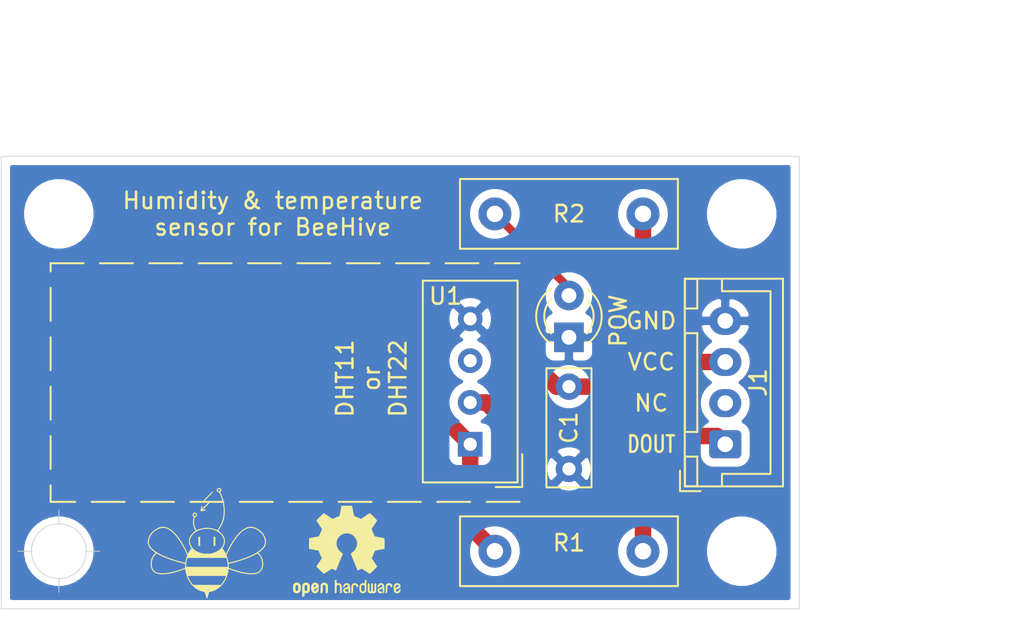
<source format=kicad_pcb>
(kicad_pcb (version 20171130) (host pcbnew "(5.1.7)-1")

  (general
    (thickness 1.6)
    (drawings 44)
    (tracks 27)
    (zones 0)
    (modules 12)
    (nets 7)
  )

  (page A4)
  (layers
    (0 F.Cu signal)
    (31 B.Cu signal)
    (32 B.Adhes user)
    (33 F.Adhes user)
    (34 B.Paste user)
    (35 F.Paste user)
    (36 B.SilkS user)
    (37 F.SilkS user)
    (38 B.Mask user)
    (39 F.Mask user)
    (40 Dwgs.User user)
    (41 Cmts.User user)
    (42 Eco1.User user)
    (43 Eco2.User user)
    (44 Edge.Cuts user)
    (45 Margin user)
    (46 B.CrtYd user)
    (47 F.CrtYd user)
    (48 B.Fab user)
    (49 F.Fab user hide)
  )

  (setup
    (last_trace_width 0.25)
    (user_trace_width 0.5)
    (user_trace_width 1)
    (trace_clearance 0.2)
    (zone_clearance 0.508)
    (zone_45_only no)
    (trace_min 0.2)
    (via_size 0.8)
    (via_drill 0.4)
    (via_min_size 0.4)
    (via_min_drill 0.3)
    (uvia_size 0.3)
    (uvia_drill 0.1)
    (uvias_allowed no)
    (uvia_min_size 0.2)
    (uvia_min_drill 0.1)
    (edge_width 0.05)
    (segment_width 0.2)
    (pcb_text_width 0.3)
    (pcb_text_size 1.5 1.5)
    (mod_edge_width 0.12)
    (mod_text_size 1 1)
    (mod_text_width 0.15)
    (pad_size 1.524 1.524)
    (pad_drill 0.762)
    (pad_to_mask_clearance 0)
    (aux_axis_origin 89 119.5)
    (visible_elements 7FFFFFFF)
    (pcbplotparams
      (layerselection 0x3ffff_ffffffff)
      (usegerberextensions false)
      (usegerberattributes false)
      (usegerberadvancedattributes false)
      (creategerberjobfile false)
      (excludeedgelayer true)
      (linewidth 0.100000)
      (plotframeref false)
      (viasonmask false)
      (mode 1)
      (useauxorigin false)
      (hpglpennumber 1)
      (hpglpenspeed 20)
      (hpglpendiameter 15.000000)
      (psnegative false)
      (psa4output false)
      (plotreference true)
      (plotvalue true)
      (plotinvisibletext false)
      (padsonsilk false)
      (subtractmaskfromsilk false)
      (outputformat 1)
      (mirror false)
      (drillshape 0)
      (scaleselection 1)
      (outputdirectory "gerber/"))
  )

  (net 0 "")
  (net 1 GND)
  (net 2 +5V)
  (net 3 "Net-(D1-Pad2)")
  (net 4 "Net-(U1-Pad3)")
  (net 5 "Net-(J1-Pad2)")
  (net 6 "Net-(J1-Pad1)")

  (net_class Default "This is the default net class."
    (clearance 0.2)
    (trace_width 0.25)
    (via_dia 0.8)
    (via_drill 0.4)
    (uvia_dia 0.3)
    (uvia_drill 0.1)
    (add_net +5V)
    (add_net GND)
    (add_net "Net-(D1-Pad2)")
    (add_net "Net-(J1-Pad1)")
    (add_net "Net-(J1-Pad2)")
    (add_net "Net-(U1-Pad3)")
  )

  (module logo-beehive:logo-beehive-7_2х6_7mm (layer F.Cu) (tedit 0) (tstamp 5FD37F5D)
    (at 98 119)
    (fp_text reference G*** (at 0 0) (layer F.SilkS) hide
      (effects (font (size 1.524 1.524) (thickness 0.3)))
    )
    (fp_text value LOGO (at 0.75 0) (layer F.SilkS) hide
      (effects (font (size 1.524 1.524) (thickness 0.3)))
    )
    (fp_poly (pts (xy 0.781124 -3.338272) (xy 0.820066 -3.312623) (xy 0.850866 -3.27735) (xy 0.862381 -3.253557)
      (xy 0.869381 -3.203831) (xy 0.86004 -3.155836) (xy 0.836291 -3.117453) (xy 0.826963 -3.109228)
      (xy 0.800557 -3.08931) (xy 0.860848 -2.961859) (xy 0.942059 -2.765907) (xy 1.003933 -2.561687)
      (xy 1.0468 -2.347606) (xy 1.070993 -2.122074) (xy 1.077124 -1.922318) (xy 1.073712 -1.775328)
      (xy 1.063437 -1.645173) (xy 1.045563 -1.526426) (xy 1.019354 -1.413658) (xy 0.998815 -1.345045)
      (xy 0.968368 -1.263013) (xy 0.926952 -1.169003) (xy 0.877686 -1.069335) (xy 0.823684 -0.970328)
      (xy 0.770857 -0.882677) (xy 0.741321 -0.836271) (xy 0.716056 -0.796521) (xy 0.69781 -0.767754)
      (xy 0.689434 -0.754466) (xy 0.694321 -0.742271) (xy 0.714538 -0.722105) (xy 0.745386 -0.698528)
      (xy 0.810309 -0.647155) (xy 0.876016 -0.583521) (xy 0.937047 -0.513779) (xy 0.987937 -0.444085)
      (xy 1.018545 -0.390721) (xy 1.053095 -0.310872) (xy 1.074433 -0.238095) (xy 1.084874 -0.162371)
      (xy 1.086945 -0.094934) (xy 1.076086 0.020467) (xy 1.045188 0.132328) (xy 0.995987 0.235343)
      (xy 0.96275 0.284984) (xy 0.935175 0.321741) (xy 0.996225 0.402894) (xy 1.032255 0.454242)
      (xy 1.070613 0.514339) (xy 1.103634 0.571117) (xy 1.10681 0.577014) (xy 1.156345 0.669982)
      (xy 1.269255 0.441786) (xy 1.379742 0.226784) (xy 1.488243 0.032834) (xy 1.595982 -0.141879)
      (xy 1.704185 -0.29917) (xy 1.814075 -0.440853) (xy 1.926878 -0.568743) (xy 2.004467 -0.647395)
      (xy 2.12895 -0.758498) (xy 2.2502 -0.847038) (xy 2.36916 -0.913164) (xy 2.48677 -0.957023)
      (xy 2.603972 -0.978764) (xy 2.721707 -0.978534) (xy 2.840917 -0.956481) (xy 2.962542 -0.912754)
      (xy 3.087524 -0.847501) (xy 3.125835 -0.823735) (xy 3.238046 -0.741435) (xy 3.336093 -0.648795)
      (xy 3.419199 -0.547932) (xy 3.486591 -0.440965) (xy 3.537492 -0.33001) (xy 3.571127 -0.217185)
      (xy 3.586721 -0.104607) (xy 3.583499 0.005605) (xy 3.560685 0.111335) (xy 3.517504 0.210464)
      (xy 3.509522 0.224138) (xy 3.467783 0.282863) (xy 3.410567 0.348425) (xy 3.342435 0.416194)
      (xy 3.267951 0.481537) (xy 3.215409 0.522663) (xy 3.176019 0.551978) (xy 3.144162 0.575822)
      (xy 3.123999 0.591072) (xy 3.119139 0.594895) (xy 3.125036 0.603996) (xy 3.144107 0.625315)
      (xy 3.172877 0.655066) (xy 3.189509 0.671619) (xy 3.25791 0.75317) (xy 3.316458 0.851565)
      (xy 3.363304 0.961991) (xy 3.396598 1.079634) (xy 3.414493 1.199678) (xy 3.417102 1.264228)
      (xy 3.40813 1.381577) (xy 3.38235 1.49233) (xy 3.34125 1.593721) (xy 3.286317 1.682986)
      (xy 3.219038 1.75736) (xy 3.140903 1.814077) (xy 3.113719 1.828107) (xy 3.009087 1.865839)
      (xy 2.886866 1.889603) (xy 2.747784 1.899491) (xy 2.592566 1.895596) (xy 2.42194 1.878011)
      (xy 2.236633 1.846829) (xy 2.037372 1.802142) (xy 1.824883 1.744044) (xy 1.599893 1.672626)
      (xy 1.430663 1.613046) (xy 1.320008 1.572564) (xy 1.295866 1.718578) (xy 1.25303 1.913354)
      (xy 1.190764 2.095947) (xy 1.10864 2.267293) (xy 1.006231 2.428329) (xy 0.923258 2.534228)
      (xy 0.814822 2.647279) (xy 0.693857 2.746765) (xy 0.563822 2.830581) (xy 0.428175 2.896622)
      (xy 0.290374 2.942784) (xy 0.229531 2.956334) (xy 0.189546 2.963931) (xy 0.158226 2.970106)
      (xy 0.143514 2.973255) (xy 0.135688 2.984969) (xy 0.123584 3.014497) (xy 0.108873 3.057339)
      (xy 0.093667 3.107452) (xy 0.076809 3.166365) (xy 0.060376 3.223781) (xy 0.0465 3.272257)
      (xy 0.038811 3.299114) (xy 0.025628 3.336932) (xy 0.012258 3.355729) (xy 0 3.359728)
      (xy -0.015288 3.353083) (xy -0.028404 3.330514) (xy -0.038811 3.299114) (xy -0.049206 3.262807)
      (xy -0.063822 3.211743) (xy -0.080529 3.153364) (xy -0.093667 3.107452) (xy -0.109311 3.055982)
      (xy -0.123971 3.013455) (xy -0.135977 2.984371) (xy -0.143515 2.973255) (xy -0.160656 2.969615)
      (xy -0.19313 2.96324) (xy -0.229531 2.956334) (xy -0.367186 2.919651) (xy -0.504219 2.862154)
      (xy -0.637175 2.785947) (xy -0.762596 2.693133) (xy -0.877026 2.585815) (xy -0.923269 2.534228)
      (xy -1.03903 2.38033) (xy -1.135257 2.214564) (xy -1.212083 2.036622) (xy -1.219586 2.011796)
      (xy -1.165985 2.011796) (xy -1.160628 2.030696) (xy -1.146181 2.0653) (xy -1.124874 2.111187)
      (xy -1.098933 2.163934) (xy -1.070588 2.219118) (xy -1.042066 2.272316) (xy -1.015595 2.319106)
      (xy -0.993403 2.355066) (xy -0.991985 2.357185) (xy -0.958579 2.404438) (xy -0.920872 2.454363)
      (xy -0.891354 2.490932) (xy -0.840013 2.551546) (xy 0.841033 2.551546) (xy 0.892441 2.490932)
      (xy 0.93843 2.432196) (xy 0.986502 2.362985) (xy 1.033888 2.288071) (xy 1.077819 2.212231)
      (xy 1.115523 2.140238) (xy 1.144233 2.076867) (xy 1.160841 2.028255) (xy 1.168594 1.997364)
      (xy 0.001251 1.997364) (xy -0.195644 1.997416) (xy -0.37057 1.997583) (xy -0.524648 1.997878)
      (xy -0.659 1.998316) (xy -0.774746 1.998909) (xy -0.873009 1.999671) (xy -0.95491 2.000618)
      (xy -1.02157 2.001762) (xy -1.074111 2.003117) (xy -1.113653 2.004698) (xy -1.141319 2.006517)
      (xy -1.158229 2.00859) (xy -1.165506 2.01093) (xy -1.165985 2.011796) (xy -1.219586 2.011796)
      (xy -1.26964 1.846195) (xy -1.308059 1.642973) (xy -1.310363 1.625739) (xy -1.317382 1.571614)
      (xy -1.42935 1.612882) (xy -1.629865 1.683029) (xy -1.825759 1.744185) (xy -2.015 1.795944)
      (xy -2.195555 1.837898) (xy -2.365393 1.869639) (xy -2.522479 1.89076) (xy -2.664783 1.900853)
      (xy -2.790271 1.899511) (xy -2.838314 1.895344) (xy -2.96209 1.875638) (xy -3.066609 1.846125)
      (xy -3.154103 1.80545) (xy -3.226803 1.752259) (xy -3.286941 1.685198) (xy -3.336747 1.602914)
      (xy -3.343746 1.588582) (xy -3.385695 1.481123) (xy -3.408942 1.37211) (xy -3.411475 1.320836)
      (xy -3.357374 1.320836) (xy -3.349051 1.403928) (xy -3.330314 1.480954) (xy -3.299783 1.559775)
      (xy -3.296364 1.567326) (xy -3.25627 1.634464) (xy -3.201534 1.697768) (xy -3.138721 1.750591)
      (xy -3.084262 1.782114) (xy -2.99339 1.813382) (xy -2.884978 1.834294) (xy -2.762244 1.844603)
      (xy -2.628408 1.844064) (xy -2.486691 1.83243) (xy -2.463978 1.829585) (xy -2.25216 1.794568)
      (xy -2.026325 1.743379) (xy -1.788428 1.676523) (xy -1.540425 1.594501) (xy -1.510962 1.583982)
      (xy -1.325191 1.51715) (xy -1.320921 1.390773) (xy -1.27 1.390773) (xy -1.27 1.454728)
      (xy 1.273528 1.454728) (xy 1.266408 1.330287) (xy 1.260547 1.26306) (xy 1.316252 1.26306)
      (xy 1.321954 1.512174) (xy 1.368136 1.530811) (xy 1.439484 1.558222) (xy 1.526724 1.589564)
      (xy 1.623473 1.622685) (xy 1.72335 1.655429) (xy 1.819972 1.685644) (xy 1.878735 1.703118)
      (xy 2.093291 1.760255) (xy 2.292609 1.802908) (xy 2.476182 1.831017) (xy 2.6435 1.844517)
      (xy 2.794056 1.843349) (xy 2.91629 1.829447) (xy 3.012927 1.807479) (xy 3.091872 1.777436)
      (xy 3.157765 1.737114) (xy 3.209942 1.690006) (xy 3.274118 1.607281) (xy 3.319819 1.513726)
      (xy 3.347495 1.407928) (xy 3.357597 1.28847) (xy 3.356526 1.229811) (xy 3.340665 1.088035)
      (xy 3.306955 0.96039) (xy 3.255506 0.847166) (xy 3.186427 0.748656) (xy 3.170098 0.730306)
      (xy 3.127268 0.685713) (xy 3.094795 0.657447) (xy 3.0686 0.643813) (xy 3.044605 0.643112)
      (xy 3.018734 0.65365) (xy 3.005226 0.661713) (xy 2.958944 0.688662) (xy 2.89593 0.722084)
      (xy 2.820825 0.759719) (xy 2.738272 0.799303) (xy 2.652912 0.838574) (xy 2.569387 0.875271)
      (xy 2.550619 0.883239) (xy 2.457139 0.920633) (xy 2.346529 0.961571) (xy 2.223166 1.004679)
      (xy 2.09143 1.048584) (xy 1.955698 1.091912) (xy 1.820349 1.133289) (xy 1.689763 1.171341)
      (xy 1.568317 1.204694) (xy 1.46039 1.231975) (xy 1.385859 1.248683) (xy 1.316252 1.26306)
      (xy 1.260547 1.26306) (xy 1.259747 1.253895) (xy 1.248535 1.167625) (xy 1.234147 1.079964)
      (xy 1.217961 0.9994) (xy 1.203276 0.940955) (xy 1.193293 0.906319) (xy -1.194304 0.906319)
      (xy -1.220268 1.010228) (xy -1.23911 1.098477) (xy -1.254501 1.195531) (xy -1.26518 1.29174)
      (xy -1.269885 1.377451) (xy -1.27 1.390773) (xy -1.320921 1.390773) (xy -1.316645 1.264228)
      (xy -1.434754 1.236895) (xy -1.501797 1.22041) (xy -1.585737 1.198273) (xy -1.681508 1.171947)
      (xy -1.78404 1.142901) (xy -1.888267 1.112598) (xy -1.989119 1.082507) (xy -2.08153 1.054092)
      (xy -2.160431 1.02882) (xy -2.199409 1.015696) (xy -2.323182 0.971175) (xy -2.448985 0.92273)
      (xy -2.572984 0.872035) (xy -2.691345 0.820767) (xy -2.800235 0.770601) (xy -2.89582 0.723212)
      (xy -2.974265 0.680275) (xy -2.993815 0.668554) (xy -3.027147 0.649909) (xy -3.05353 0.642358)
      (xy -3.078126 0.647357) (xy -3.106096 0.666363) (xy -3.142603 0.700832) (xy -3.15587 0.714282)
      (xy -3.232717 0.809128) (xy -3.291358 0.918026) (xy -3.331675 1.040673) (xy -3.353547 1.176766)
      (xy -3.356664 1.223819) (xy -3.357374 1.320836) (xy -3.411475 1.320836) (xy -3.414734 1.254894)
      (xy -3.413307 1.218046) (xy -3.396132 1.080679) (xy -3.361188 0.952052) (xy -3.309573 0.83484)
      (xy -3.242385 0.731716) (xy -3.188985 0.671619) (xy -3.1569 0.639059) (xy -3.132792 0.613101)
      (xy -3.120127 0.597552) (xy -3.119139 0.594895) (xy -3.1295 0.586909) (xy -3.154289 0.568322)
      (xy -3.189354 0.542238) (xy -3.216089 0.522438) (xy -3.292731 0.461203) (xy -3.366118 0.3941)
      (xy -3.431605 0.325854) (xy -3.484547 0.261184) (xy -3.509522 0.224148) (xy -3.556269 0.125261)
      (xy -3.582294 0.01982) (xy -3.58729 -0.071302) (xy -3.531475 -0.071302) (xy -3.530831 -0.039606)
      (xy -3.527441 0.015291) (xy -3.521365 0.056568) (xy -3.510236 0.093692) (xy -3.491685 0.136134)
      (xy -3.481814 0.156403) (xy -3.425027 0.248295) (xy -3.345829 0.340169) (xy -3.244895 0.431635)
      (xy -3.122901 0.522299) (xy -2.980524 0.611771) (xy -2.81844 0.699659) (xy -2.637324 0.785571)
      (xy -2.437852 0.869116) (xy -2.220702 0.949901) (xy -1.986548 1.027535) (xy -1.9685 1.033164)
      (xy -1.899652 1.053987) (xy -1.823419 1.076095) (xy -1.742903 1.098684) (xy -1.661204 1.120951)
      (xy -1.581421 1.142094) (xy -1.506657 1.161309) (xy -1.440011 1.177795) (xy -1.384584 1.190747)
      (xy -1.343476 1.199364) (xy -1.319788 1.202841) (xy -1.315331 1.202301) (xy -1.310525 1.18843)
      (xy -1.303023 1.157156) (xy -1.294048 1.113834) (xy -1.288644 1.085273) (xy -1.275538 1.023924)
      (xy -1.257466 0.952675) (xy -1.237498 0.883276) (xy -1.228744 0.855882) (xy -1.188907 0.736173)
      (xy -1.190922 0.731736) (xy 1.187715 0.731736) (xy 1.224028 0.841244) (xy 1.24494 0.908541)
      (xy 1.264527 0.979266) (xy 1.281511 1.04802) (xy 1.294618 1.109401) (xy 1.302571 1.158011)
      (xy 1.304386 1.181301) (xy 1.307638 1.204155) (xy 1.31928 1.209081) (xy 1.324841 1.207791)
      (xy 1.342821 1.202968) (xy 1.378686 1.193763) (xy 1.427904 1.181327) (xy 1.485942 1.166807)
      (xy 1.512454 1.160216) (xy 1.7631 1.094106) (xy 2.000962 1.023487) (xy 2.225116 0.948828)
      (xy 2.434641 0.870599) (xy 2.628614 0.789271) (xy 2.806113 0.705311) (xy 2.966216 0.61919)
      (xy 3.108001 0.531377) (xy 3.230545 0.442341) (xy 3.332927 0.352553) (xy 3.414223 0.262482)
      (xy 3.473511 0.172596) (xy 3.480994 0.15806) (xy 3.502829 0.111304) (xy 3.516532 0.072763)
      (xy 3.524475 0.033013) (xy 3.529027 -0.017368) (xy 3.530161 -0.037404) (xy 3.525184 -0.160604)
      (xy 3.497675 -0.281907) (xy 3.448182 -0.400087) (xy 3.377254 -0.513921) (xy 3.285439 -0.622184)
      (xy 3.25425 -0.653064) (xy 3.14536 -0.74489) (xy 3.031263 -0.818683) (xy 2.914113 -0.873715)
      (xy 2.796064 -0.909257) (xy 2.679268 -0.924579) (xy 2.565881 -0.918952) (xy 2.505364 -0.906562)
      (xy 2.39331 -0.865968) (xy 2.278736 -0.803154) (xy 2.162206 -0.718784) (xy 2.044283 -0.613524)
      (xy 1.925533 -0.488036) (xy 1.80652 -0.342986) (xy 1.687807 -0.179037) (xy 1.56996 0.003146)
      (xy 1.453542 0.202899) (xy 1.339118 0.419558) (xy 1.284575 0.530391) (xy 1.187715 0.731736)
      (xy -1.190922 0.731736) (xy -1.242049 0.6192) (xy -1.344968 0.403905) (xy -1.452176 0.201117)
      (xy -1.562851 0.011828) (xy -1.676172 -0.16297) (xy -1.791318 -0.322286) (xy -1.907468 -0.465127)
      (xy -2.0238 -0.590502) (xy -2.139494 -0.697418) (xy -2.253727 -0.784885) (xy -2.36568 -0.851909)
      (xy -2.47453 -0.8975) (xy -2.505364 -0.906562) (xy -2.615938 -0.924099) (xy -2.731113 -0.920284)
      (xy -2.848734 -0.895846) (xy -2.966648 -0.851514) (xy -3.082701 -0.788017) (xy -3.19474 -0.706084)
      (xy -3.25425 -0.653064) (xy -3.352283 -0.546482) (xy -3.429568 -0.433803) (xy -3.485559 -0.316239)
      (xy -3.51971 -0.195001) (xy -3.531475 -0.071302) (xy -3.58729 -0.071302) (xy -3.588325 -0.090174)
      (xy -3.575091 -0.202723) (xy -3.543319 -0.315828) (xy -3.493736 -0.427488) (xy -3.427071 -0.535706)
      (xy -3.344052 -0.638481) (xy -3.245405 -0.733815) (xy -3.131858 -0.819709) (xy -3.128818 -0.821729)
      (xy -3.003531 -0.894559) (xy -2.880454 -0.945281) (xy -2.758981 -0.973797) (xy -2.638509 -0.980009)
      (xy -2.518432 -0.96382) (xy -2.398146 -0.925131) (xy -2.277046 -0.863845) (xy -2.154528 -0.779862)
      (xy -2.029987 -0.673087) (xy -1.993285 -0.637726) (xy -1.876664 -0.514496) (xy -1.76359 -0.378067)
      (xy -1.652878 -0.226667) (xy -1.543339 -0.058527) (xy -1.433786 0.128125) (xy -1.323032 0.335058)
      (xy -1.269145 0.442009) (xy -1.156125 0.670426) (xy -1.109291 0.580554) (xy -1.078495 0.526225)
      (xy -1.040587 0.466059) (xy -1.003155 0.412031) (xy -0.998816 0.406212) (xy -0.935175 0.321741)
      (xy -0.962751 0.284984) (xy -1.021033 0.188878) (xy -1.061938 0.08109) (xy -1.083733 -0.033077)
      (xy -1.086945 -0.094934) (xy -1.086541 -0.104581) (xy -1.03596 -0.104581) (xy -1.026154 0.004092)
      (xy -0.995446 0.109498) (xy -0.944929 0.210166) (xy -0.875696 0.304621) (xy -0.78884 0.391391)
      (xy -0.685456 0.469002) (xy -0.566635 0.535983) (xy -0.433472 0.590859) (xy -0.423003 0.594423)
      (xy -0.343148 0.618909) (xy -0.268002 0.636303) (xy -0.191285 0.647415) (xy -0.10671 0.653053)
      (xy -0.007997 0.654028) (xy 0.034636 0.653341) (xy 0.112848 0.651127) (xy 0.17405 0.647841)
      (xy 0.224321 0.642791) (xy 0.269739 0.635286) (xy 0.316383 0.624634) (xy 0.339248 0.618667)
      (xy 0.48028 0.572409) (xy 0.60799 0.513494) (xy 0.721255 0.443288) (xy 0.818952 0.363159)
      (xy 0.89996 0.274475) (xy 0.963155 0.178601) (xy 1.007416 0.076906) (xy 1.031619 -0.029243)
      (xy 1.034643 -0.13848) (xy 1.02377 -0.215046) (xy 0.988557 -0.32622) (xy 0.932382 -0.430687)
      (xy 0.856726 -0.527164) (xy 0.763074 -0.614365) (xy 0.652907 -0.691003) (xy 0.527709 -0.755794)
      (xy 0.388962 -0.807452) (xy 0.317435 -0.827343) (xy 0.265651 -0.839627) (xy 0.220998 -0.848283)
      (xy 0.17729 -0.853929) (xy 0.128345 -0.85718) (xy 0.067978 -0.858652) (xy 0 -0.858965)
      (xy -0.075828 -0.858546) (xy -0.134778 -0.856879) (xy -0.183055 -0.853351) (xy -0.226862 -0.847346)
      (xy -0.272404 -0.838251) (xy -0.3175 -0.827536) (xy -0.462194 -0.78292) (xy -0.594078 -0.724467)
      (xy -0.711668 -0.653466) (xy -0.813482 -0.571202) (xy -0.898035 -0.478962) (xy -0.963844 -0.378032)
      (xy -1.009426 -0.269698) (xy -1.02377 -0.215046) (xy -1.03596 -0.104581) (xy -1.086541 -0.104581)
      (xy -1.083385 -0.179891) (xy -1.070732 -0.2541) (xy -1.046671 -0.327578) (xy -1.018545 -0.390721)
      (xy -0.980207 -0.455708) (xy -0.927199 -0.525847) (xy -0.864982 -0.594984) (xy -0.799018 -0.656964)
      (xy -0.745379 -0.698532) (xy -0.681877 -0.742268) (xy -0.711307 -0.789657) (xy -0.775382 -0.91204)
      (xy -0.815808 -1.027545) (xy -0.827612 -1.090213) (xy -0.834802 -1.168285) (xy -0.837383 -1.254538)
      (xy -0.835358 -1.341751) (xy -0.828733 -1.422702) (xy -0.81751 -1.490171) (xy -0.815547 -1.498229)
      (xy -0.794048 -1.58214) (xy -0.823808 -1.60555) (xy -0.855103 -1.643446) (xy -0.868873 -1.689922)
      (xy -0.86773 -1.706645) (xy -0.819727 -1.706645) (xy -0.810207 -1.679885) (xy -0.786971 -1.652868)
      (xy -0.758005 -1.63322) (xy -0.737292 -1.627909) (xy -0.710612 -1.635591) (xy -0.684812 -1.653012)
      (xy -0.663044 -1.686513) (xy -0.659999 -1.722991) (xy -0.673306 -1.756371) (xy -0.700596 -1.780577)
      (xy -0.738071 -1.789545) (xy -0.771185 -1.779412) (xy -0.800241 -1.754129) (xy -0.817681 -1.721369)
      (xy -0.819727 -1.706645) (xy -0.86773 -1.706645) (xy -0.865518 -1.739005) (xy -0.845439 -1.784719)
      (xy -0.809361 -1.820873) (xy -0.764231 -1.842776) (xy -0.71985 -1.844407) (xy -0.67516 -1.829062)
      (xy -0.639173 -1.800811) (xy -0.612432 -1.758947) (xy -0.600564 -1.712661) (xy -0.600407 -1.706982)
      (xy -0.610708 -1.664952) (xy -0.637735 -1.624526) (xy -0.675862 -1.593111) (xy -0.693329 -1.584583)
      (xy -0.721895 -1.570686) (xy -0.739711 -1.55217) (xy -0.753326 -1.521228) (xy -0.757751 -1.507784)
      (xy -0.769308 -1.45586) (xy -0.777432 -1.387829) (xy -0.781948 -1.310446) (xy -0.782678 -1.230465)
      (xy -0.779447 -1.15464) (xy -0.772077 -1.089725) (xy -0.769104 -1.073727) (xy -0.757296 -1.030294)
      (xy -0.73904 -0.97831) (xy -0.716774 -0.923294) (xy -0.692936 -0.870762) (xy -0.669964 -0.826231)
      (xy -0.650298 -0.795219) (xy -0.641975 -0.786089) (xy -0.623931 -0.784078) (xy -0.587414 -0.793208)
      (xy -0.531675 -0.81367) (xy -0.528876 -0.814791) (xy -0.356342 -0.871998) (xy -0.181043 -0.906566)
      (xy -0.004425 -0.918495) (xy 0.172062 -0.907786) (xy 0.346972 -0.87444) (xy 0.518857 -0.818457)
      (xy 0.529286 -0.814279) (xy 0.629227 -0.773804) (xy 0.652693 -0.802464) (xy 0.675511 -0.833998)
      (xy 0.706046 -0.881335) (xy 0.741548 -0.939695) (xy 0.779269 -1.004299) (xy 0.816461 -1.070367)
      (xy 0.850376 -1.133118) (xy 0.878263 -1.187772) (xy 0.894974 -1.223818) (xy 0.952283 -1.384565)
      (xy 0.993139 -1.55845) (xy 1.017692 -1.742563) (xy 1.026091 -1.933994) (xy 1.018488 -2.129834)
      (xy 0.995032 -2.327174) (xy 0.955874 -2.523103) (xy 0.901163 -2.714712) (xy 0.83105 -2.899092)
      (xy 0.805599 -2.955636) (xy 0.782039 -3.005003) (xy 0.764405 -3.037704) (xy 0.749165 -3.058139)
      (xy 0.732786 -3.070709) (xy 0.711739 -3.079812) (xy 0.70366 -3.082636) (xy 0.659252 -3.106825)
      (xy 0.624129 -3.142791) (xy 0.603562 -3.184206) (xy 0.600364 -3.206712) (xy 0.604074 -3.224306)
      (xy 0.659665 -3.224306) (xy 0.662521 -3.188954) (xy 0.683492 -3.15701) (xy 0.688511 -3.152747)
      (xy 0.725237 -3.132232) (xy 0.758193 -3.133638) (xy 0.791365 -3.157134) (xy 0.791388 -3.157157)
      (xy 0.814899 -3.190331) (xy 0.816319 -3.223285) (xy 0.795819 -3.260007) (xy 0.795798 -3.260034)
      (xy 0.76393 -3.285504) (xy 0.738071 -3.290454) (xy 0.699613 -3.281092) (xy 0.672753 -3.257031)
      (xy 0.659665 -3.224306) (xy 0.604074 -3.224306) (xy 0.611034 -3.257305) (xy 0.639695 -3.301015)
      (xy 0.68132 -3.332816) (xy 0.730884 -3.347682) (xy 0.741833 -3.348181) (xy 0.781124 -3.338272)) (layer F.SilkS) (width 0.01))
    (fp_poly (pts (xy 0.373099 -3.122533) (xy 0.369224 -3.109199) (xy 0.354184 -3.086757) (xy 0.327016 -3.054031)
      (xy 0.28676 -3.009848) (xy 0.232455 -2.953033) (xy 0.16314 -2.882413) (xy 0.096827 -2.815781)
      (xy -0.190327 -2.528454) (xy 0.008746 -2.528454) (xy 0.081153 -2.528276) (xy 0.133629 -2.52753)
      (xy 0.169333 -2.525895) (xy 0.191424 -2.523054) (xy 0.203059 -2.518688) (xy 0.207397 -2.512477)
      (xy 0.207818 -2.50835) (xy 0.199922 -2.495335) (xy 0.177598 -2.468358) (xy 0.14289 -2.429638)
      (xy 0.097844 -2.381393) (xy 0.044505 -2.325843) (xy -0.015081 -2.265206) (xy -0.031647 -2.248578)
      (xy -0.107675 -2.171851) (xy -0.167131 -2.110416) (xy -0.21038 -2.063869) (xy -0.237787 -2.031809)
      (xy -0.249716 -2.01383) (xy -0.248124 -2.009314) (xy -0.224942 -2.01189) (xy -0.188032 -2.018168)
      (xy -0.15317 -2.025161) (xy -0.112516 -2.033013) (xy -0.088124 -2.034732) (xy -0.073974 -2.030254)
      (xy -0.067646 -2.024266) (xy -0.060571 -2.01187) (xy -0.063805 -2.001313) (xy -0.079929 -1.991447)
      (xy -0.111523 -1.981122) (xy -0.161166 -1.969192) (xy -0.218458 -1.957139) (xy -0.281228 -1.944397)
      (xy -0.325023 -1.935816) (xy -0.353499 -1.93097) (xy -0.370313 -1.929433) (xy -0.379119 -1.930779)
      (xy -0.383574 -1.934583) (xy -0.385558 -1.937671) (xy -0.386495 -1.953939) (xy -0.382402 -1.986838)
      (xy -0.374463 -2.031182) (xy -0.363866 -2.081789) (xy -0.351794 -2.133474) (xy -0.339436 -2.181054)
      (xy -0.327975 -2.219345) (xy -0.318599 -2.243164) (xy -0.31449 -2.248343) (xy -0.295101 -2.249946)
      (xy -0.285455 -2.234986) (xy -0.285226 -2.201866) (xy -0.294087 -2.148986) (xy -0.294139 -2.148738)
      (xy -0.302673 -2.107185) (xy -0.308924 -2.074871) (xy -0.311687 -2.05806) (xy -0.311727 -2.057342)
      (xy -0.303951 -2.063003) (xy -0.282058 -2.082978) (xy -0.248202 -2.115196) (xy -0.204539 -2.157586)
      (xy -0.153221 -2.208077) (xy -0.103751 -2.257256) (xy 0.104224 -2.464954) (xy -0.083408 -2.470727)
      (xy -0.15498 -2.473257) (xy -0.20655 -2.476017) (xy -0.241206 -2.479383) (xy -0.262038 -2.48373)
      (xy -0.272134 -2.489436) (xy -0.274392 -2.494) (xy -0.267207 -2.50546) (xy -0.245659 -2.530835)
      (xy -0.211923 -2.567927) (xy -0.168174 -2.614538) (xy -0.116585 -2.668467) (xy -0.059333 -2.727516)
      (xy 0.001408 -2.789486) (xy 0.063464 -2.852177) (xy 0.12466 -2.913392) (xy 0.18282 -2.97093)
      (xy 0.235771 -3.022593) (xy 0.281337 -3.066181) (xy 0.317345 -3.099496) (xy 0.341618 -3.120339)
      (xy 0.351193 -3.126571) (xy 0.366768 -3.127932) (xy 0.373099 -3.122533)) (layer F.SilkS) (width 0.01))
    (fp_poly (pts (xy -0.415636 0.173182) (xy -0.519546 0.173182) (xy -0.519546 -0.369454) (xy -0.415636 -0.369454)
      (xy -0.415636 0.173182)) (layer F.SilkS) (width 0.01))
    (fp_poly (pts (xy 0.508 0.173182) (xy 0.404091 0.173182) (xy 0.404091 -0.369454) (xy 0.508 -0.369454)
      (xy 0.508 0.173182)) (layer F.SilkS) (width 0.01))
  )

  (module Symbol:OSHW-Logo2_7.3x6mm_SilkScreen (layer F.Cu) (tedit 0) (tstamp 5F351A69)
    (at 106.5 119.5)
    (descr "Open Source Hardware Symbol")
    (tags "Logo Symbol OSHW")
    (attr virtual)
    (fp_text reference REF** (at 0 0) (layer F.SilkS) hide
      (effects (font (size 1 1) (thickness 0.15)))
    )
    (fp_text value OSHW-Logo2_7.3x6mm_SilkScreen (at 0.75 0) (layer F.Fab) hide
      (effects (font (size 1 1) (thickness 0.15)))
    )
    (fp_poly (pts (xy 0.10391 -2.757652) (xy 0.182454 -2.757222) (xy 0.239298 -2.756058) (xy 0.278105 -2.753793)
      (xy 0.302538 -2.75006) (xy 0.316262 -2.744494) (xy 0.32294 -2.736727) (xy 0.326236 -2.726395)
      (xy 0.326556 -2.725057) (xy 0.331562 -2.700921) (xy 0.340829 -2.653299) (xy 0.353392 -2.587259)
      (xy 0.368287 -2.507872) (xy 0.384551 -2.420204) (xy 0.385119 -2.417125) (xy 0.40141 -2.331211)
      (xy 0.416652 -2.255304) (xy 0.429861 -2.193955) (xy 0.440054 -2.151718) (xy 0.446248 -2.133145)
      (xy 0.446543 -2.132816) (xy 0.464788 -2.123747) (xy 0.502405 -2.108633) (xy 0.551271 -2.090738)
      (xy 0.551543 -2.090642) (xy 0.613093 -2.067507) (xy 0.685657 -2.038035) (xy 0.754057 -2.008403)
      (xy 0.757294 -2.006938) (xy 0.868702 -1.956374) (xy 1.115399 -2.12484) (xy 1.191077 -2.176197)
      (xy 1.259631 -2.222111) (xy 1.317088 -2.25997) (xy 1.359476 -2.287163) (xy 1.382825 -2.301079)
      (xy 1.385042 -2.302111) (xy 1.40201 -2.297516) (xy 1.433701 -2.275345) (xy 1.481352 -2.234553)
      (xy 1.546198 -2.174095) (xy 1.612397 -2.109773) (xy 1.676214 -2.046388) (xy 1.733329 -1.988549)
      (xy 1.780305 -1.939825) (xy 1.813703 -1.90379) (xy 1.830085 -1.884016) (xy 1.830694 -1.882998)
      (xy 1.832505 -1.869428) (xy 1.825683 -1.847267) (xy 1.80854 -1.813522) (xy 1.779393 -1.7652)
      (xy 1.736555 -1.699308) (xy 1.679448 -1.614483) (xy 1.628766 -1.539823) (xy 1.583461 -1.47286)
      (xy 1.54615 -1.417484) (xy 1.519452 -1.37758) (xy 1.505985 -1.357038) (xy 1.505137 -1.355644)
      (xy 1.506781 -1.335962) (xy 1.519245 -1.297707) (xy 1.540048 -1.248111) (xy 1.547462 -1.232272)
      (xy 1.579814 -1.16171) (xy 1.614328 -1.081647) (xy 1.642365 -1.012371) (xy 1.662568 -0.960955)
      (xy 1.678615 -0.921881) (xy 1.687888 -0.901459) (xy 1.689041 -0.899886) (xy 1.706096 -0.897279)
      (xy 1.746298 -0.890137) (xy 1.804302 -0.879477) (xy 1.874763 -0.866315) (xy 1.952335 -0.851667)
      (xy 2.031672 -0.836551) (xy 2.107431 -0.821982) (xy 2.174264 -0.808978) (xy 2.226828 -0.798555)
      (xy 2.259776 -0.79173) (xy 2.267857 -0.789801) (xy 2.276205 -0.785038) (xy 2.282506 -0.774282)
      (xy 2.287045 -0.753902) (xy 2.290104 -0.720266) (xy 2.291967 -0.669745) (xy 2.292918 -0.598708)
      (xy 2.29324 -0.503524) (xy 2.293257 -0.464508) (xy 2.293257 -0.147201) (xy 2.217057 -0.132161)
      (xy 2.174663 -0.124005) (xy 2.1114 -0.112101) (xy 2.034962 -0.097884) (xy 1.953043 -0.08279)
      (xy 1.9304 -0.078645) (xy 1.854806 -0.063947) (xy 1.788953 -0.049495) (xy 1.738366 -0.036625)
      (xy 1.708574 -0.026678) (xy 1.703612 -0.023713) (xy 1.691426 -0.002717) (xy 1.673953 0.037967)
      (xy 1.654577 0.090322) (xy 1.650734 0.1016) (xy 1.625339 0.171523) (xy 1.593817 0.250418)
      (xy 1.562969 0.321266) (xy 1.562817 0.321595) (xy 1.511447 0.432733) (xy 1.680399 0.681253)
      (xy 1.849352 0.929772) (xy 1.632429 1.147058) (xy 1.566819 1.211726) (xy 1.506979 1.268733)
      (xy 1.456267 1.315033) (xy 1.418046 1.347584) (xy 1.395675 1.363343) (xy 1.392466 1.364343)
      (xy 1.373626 1.356469) (xy 1.33518 1.334578) (xy 1.28133 1.301267) (xy 1.216276 1.259131)
      (xy 1.14594 1.211943) (xy 1.074555 1.16381) (xy 1.010908 1.121928) (xy 0.959041 1.088871)
      (xy 0.922995 1.067218) (xy 0.906867 1.059543) (xy 0.887189 1.066037) (xy 0.849875 1.08315)
      (xy 0.802621 1.107326) (xy 0.797612 1.110013) (xy 0.733977 1.141927) (xy 0.690341 1.157579)
      (xy 0.663202 1.157745) (xy 0.649057 1.143204) (xy 0.648975 1.143) (xy 0.641905 1.125779)
      (xy 0.625042 1.084899) (xy 0.599695 1.023525) (xy 0.567171 0.944819) (xy 0.528778 0.851947)
      (xy 0.485822 0.748072) (xy 0.444222 0.647502) (xy 0.398504 0.536516) (xy 0.356526 0.433703)
      (xy 0.319548 0.342215) (xy 0.288827 0.265201) (xy 0.265622 0.205815) (xy 0.25119 0.167209)
      (xy 0.246743 0.1528) (xy 0.257896 0.136272) (xy 0.287069 0.10993) (xy 0.325971 0.080887)
      (xy 0.436757 -0.010961) (xy 0.523351 -0.116241) (xy 0.584716 -0.232734) (xy 0.619815 -0.358224)
      (xy 0.627608 -0.490493) (xy 0.621943 -0.551543) (xy 0.591078 -0.678205) (xy 0.53792 -0.790059)
      (xy 0.465767 -0.885999) (xy 0.377917 -0.964924) (xy 0.277665 -1.02573) (xy 0.16831 -1.067313)
      (xy 0.053147 -1.088572) (xy -0.064525 -1.088401) (xy -0.18141 -1.065699) (xy -0.294211 -1.019362)
      (xy -0.399631 -0.948287) (xy -0.443632 -0.908089) (xy -0.528021 -0.804871) (xy -0.586778 -0.692075)
      (xy -0.620296 -0.57299) (xy -0.628965 -0.450905) (xy -0.613177 -0.329107) (xy -0.573322 -0.210884)
      (xy -0.509793 -0.099525) (xy -0.422979 0.001684) (xy -0.325971 0.080887) (xy -0.285563 0.111162)
      (xy -0.257018 0.137219) (xy -0.246743 0.152825) (xy -0.252123 0.169843) (xy -0.267425 0.2105)
      (xy -0.291388 0.271642) (xy -0.322756 0.350119) (xy -0.360268 0.44278) (xy -0.402667 0.546472)
      (xy -0.444337 0.647526) (xy -0.49031 0.758607) (xy -0.532893 0.861541) (xy -0.570779 0.953165)
      (xy -0.60266 1.030316) (xy -0.627229 1.089831) (xy -0.64318 1.128544) (xy -0.64909 1.143)
      (xy -0.663052 1.157685) (xy -0.69006 1.157642) (xy -0.733587 1.142099) (xy -0.79711 1.110284)
      (xy -0.797612 1.110013) (xy -0.84544 1.085323) (xy -0.884103 1.067338) (xy -0.905905 1.059614)
      (xy -0.906867 1.059543) (xy -0.923279 1.067378) (xy -0.959513 1.089165) (xy -1.011526 1.122328)
      (xy -1.075275 1.164291) (xy -1.14594 1.211943) (xy -1.217884 1.260191) (xy -1.282726 1.302151)
      (xy -1.336265 1.335227) (xy -1.374303 1.356821) (xy -1.392467 1.364343) (xy -1.409192 1.354457)
      (xy -1.44282 1.326826) (xy -1.48999 1.284495) (xy -1.547342 1.230505) (xy -1.611516 1.167899)
      (xy -1.632503 1.146983) (xy -1.849501 0.929623) (xy -1.684332 0.68722) (xy -1.634136 0.612781)
      (xy -1.590081 0.545972) (xy -1.554638 0.490665) (xy -1.530281 0.450729) (xy -1.519478 0.430036)
      (xy -1.519162 0.428563) (xy -1.524857 0.409058) (xy -1.540174 0.369822) (xy -1.562463 0.31743)
      (xy -1.578107 0.282355) (xy -1.607359 0.215201) (xy -1.634906 0.147358) (xy -1.656263 0.090034)
      (xy -1.662065 0.072572) (xy -1.678548 0.025938) (xy -1.69466 -0.010095) (xy -1.70351 -0.023713)
      (xy -1.72304 -0.032048) (xy -1.765666 -0.043863) (xy -1.825855 -0.057819) (xy -1.898078 -0.072578)
      (xy -1.9304 -0.078645) (xy -2.012478 -0.093727) (xy -2.091205 -0.108331) (xy -2.158891 -0.12102)
      (xy -2.20784 -0.130358) (xy -2.217057 -0.132161) (xy -2.293257 -0.147201) (xy -2.293257 -0.464508)
      (xy -2.293086 -0.568846) (xy -2.292384 -0.647787) (xy -2.290866 -0.704962) (xy -2.288251 -0.744001)
      (xy -2.284254 -0.768535) (xy -2.278591 -0.782195) (xy -2.27098 -0.788611) (xy -2.267857 -0.789801)
      (xy -2.249022 -0.79402) (xy -2.207412 -0.802438) (xy -2.14837 -0.814039) (xy -2.077243 -0.827805)
      (xy -1.999375 -0.84272) (xy -1.920113 -0.857768) (xy -1.844802 -0.871931) (xy -1.778787 -0.884194)
      (xy -1.727413 -0.893539) (xy -1.696025 -0.89895) (xy -1.689041 -0.899886) (xy -1.682715 -0.912404)
      (xy -1.66871 -0.945754) (xy -1.649645 -0.993623) (xy -1.642366 -1.012371) (xy -1.613004 -1.084805)
      (xy -1.578429 -1.16483) (xy -1.547463 -1.232272) (xy -1.524677 -1.283841) (xy -1.509518 -1.326215)
      (xy -1.504458 -1.352166) (xy -1.505264 -1.355644) (xy -1.515959 -1.372064) (xy -1.54038 -1.408583)
      (xy -1.575905 -1.461313) (xy -1.619913 -1.526365) (xy -1.669783 -1.599849) (xy -1.679644 -1.614355)
      (xy -1.737508 -1.700296) (xy -1.780044 -1.765739) (xy -1.808946 -1.813696) (xy -1.82591 -1.84718)
      (xy -1.832633 -1.869205) (xy -1.83081 -1.882783) (xy -1.830764 -1.882869) (xy -1.816414 -1.900703)
      (xy -1.784677 -1.935183) (xy -1.73899 -1.982732) (xy -1.682796 -2.039778) (xy -1.619532 -2.102745)
      (xy -1.612398 -2.109773) (xy -1.53267 -2.18698) (xy -1.471143 -2.24367) (xy -1.426579 -2.28089)
      (xy -1.397743 -2.299685) (xy -1.385042 -2.302111) (xy -1.366506 -2.291529) (xy -1.328039 -2.267084)
      (xy -1.273614 -2.231388) (xy -1.207202 -2.187053) (xy -1.132775 -2.136689) (xy -1.115399 -2.12484)
      (xy -0.868703 -1.956374) (xy -0.757294 -2.006938) (xy -0.689543 -2.036405) (xy -0.616817 -2.066041)
      (xy -0.554297 -2.08967) (xy -0.551543 -2.090642) (xy -0.50264 -2.108543) (xy -0.464943 -2.12368)
      (xy -0.446575 -2.13279) (xy -0.446544 -2.132816) (xy -0.440715 -2.149283) (xy -0.430808 -2.189781)
      (xy -0.417805 -2.249758) (xy -0.402691 -2.32466) (xy -0.386448 -2.409936) (xy -0.385119 -2.417125)
      (xy -0.368825 -2.504986) (xy -0.353867 -2.58474) (xy -0.341209 -2.651319) (xy -0.331814 -2.699653)
      (xy -0.326646 -2.724675) (xy -0.326556 -2.725057) (xy -0.323411 -2.735701) (xy -0.317296 -2.743738)
      (xy -0.304547 -2.749533) (xy -0.2815 -2.753453) (xy -0.244491 -2.755865) (xy -0.189856 -2.757135)
      (xy -0.113933 -2.757629) (xy -0.013056 -2.757714) (xy 0 -2.757714) (xy 0.10391 -2.757652)) (layer F.SilkS) (width 0.01))
    (fp_poly (pts (xy 3.153595 1.966966) (xy 3.211021 2.004497) (xy 3.238719 2.038096) (xy 3.260662 2.099064)
      (xy 3.262405 2.147308) (xy 3.258457 2.211816) (xy 3.109686 2.276934) (xy 3.037349 2.310202)
      (xy 2.990084 2.336964) (xy 2.965507 2.360144) (xy 2.961237 2.382667) (xy 2.974889 2.407455)
      (xy 2.989943 2.423886) (xy 3.033746 2.450235) (xy 3.081389 2.452081) (xy 3.125145 2.431546)
      (xy 3.157289 2.390752) (xy 3.163038 2.376347) (xy 3.190576 2.331356) (xy 3.222258 2.312182)
      (xy 3.265714 2.295779) (xy 3.265714 2.357966) (xy 3.261872 2.400283) (xy 3.246823 2.435969)
      (xy 3.21528 2.476943) (xy 3.210592 2.482267) (xy 3.175506 2.51872) (xy 3.145347 2.538283)
      (xy 3.107615 2.547283) (xy 3.076335 2.55023) (xy 3.020385 2.550965) (xy 2.980555 2.54166)
      (xy 2.955708 2.527846) (xy 2.916656 2.497467) (xy 2.889625 2.464613) (xy 2.872517 2.423294)
      (xy 2.863238 2.367521) (xy 2.859693 2.291305) (xy 2.85941 2.252622) (xy 2.860372 2.206247)
      (xy 2.948007 2.206247) (xy 2.949023 2.231126) (xy 2.951556 2.2352) (xy 2.968274 2.229665)
      (xy 3.004249 2.215017) (xy 3.052331 2.19419) (xy 3.062386 2.189714) (xy 3.123152 2.158814)
      (xy 3.156632 2.131657) (xy 3.16399 2.10622) (xy 3.146391 2.080481) (xy 3.131856 2.069109)
      (xy 3.07941 2.046364) (xy 3.030322 2.050122) (xy 2.989227 2.077884) (xy 2.960758 2.127152)
      (xy 2.951631 2.166257) (xy 2.948007 2.206247) (xy 2.860372 2.206247) (xy 2.861285 2.162249)
      (xy 2.868196 2.095384) (xy 2.881884 2.046695) (xy 2.904096 2.010849) (xy 2.936574 1.982513)
      (xy 2.950733 1.973355) (xy 3.015053 1.949507) (xy 3.085473 1.948006) (xy 3.153595 1.966966)) (layer F.SilkS) (width 0.01))
    (fp_poly (pts (xy 2.6526 1.958752) (xy 2.669948 1.966334) (xy 2.711356 1.999128) (xy 2.746765 2.046547)
      (xy 2.768664 2.097151) (xy 2.772229 2.122098) (xy 2.760279 2.156927) (xy 2.734067 2.175357)
      (xy 2.705964 2.186516) (xy 2.693095 2.188572) (xy 2.686829 2.173649) (xy 2.674456 2.141175)
      (xy 2.669028 2.126502) (xy 2.63859 2.075744) (xy 2.59452 2.050427) (xy 2.53801 2.051206)
      (xy 2.533825 2.052203) (xy 2.503655 2.066507) (xy 2.481476 2.094393) (xy 2.466327 2.139287)
      (xy 2.45725 2.204615) (xy 2.453286 2.293804) (xy 2.452914 2.341261) (xy 2.45273 2.416071)
      (xy 2.451522 2.467069) (xy 2.448309 2.499471) (xy 2.442109 2.518495) (xy 2.43194 2.529356)
      (xy 2.416819 2.537272) (xy 2.415946 2.53767) (xy 2.386828 2.549981) (xy 2.372403 2.554514)
      (xy 2.370186 2.540809) (xy 2.368289 2.502925) (xy 2.366847 2.445715) (xy 2.365998 2.374027)
      (xy 2.365829 2.321565) (xy 2.366692 2.220047) (xy 2.37007 2.143032) (xy 2.377142 2.086023)
      (xy 2.389088 2.044526) (xy 2.40709 2.014043) (xy 2.432327 1.99008) (xy 2.457247 1.973355)
      (xy 2.517171 1.951097) (xy 2.586911 1.946076) (xy 2.6526 1.958752)) (layer F.SilkS) (width 0.01))
    (fp_poly (pts (xy 2.144876 1.956335) (xy 2.186667 1.975344) (xy 2.219469 1.998378) (xy 2.243503 2.024133)
      (xy 2.260097 2.057358) (xy 2.270577 2.1028) (xy 2.276271 2.165207) (xy 2.278507 2.249327)
      (xy 2.278743 2.304721) (xy 2.278743 2.520826) (xy 2.241774 2.53767) (xy 2.212656 2.549981)
      (xy 2.198231 2.554514) (xy 2.195472 2.541025) (xy 2.193282 2.504653) (xy 2.191942 2.451542)
      (xy 2.191657 2.409372) (xy 2.190434 2.348447) (xy 2.187136 2.300115) (xy 2.182321 2.270518)
      (xy 2.178496 2.264229) (xy 2.152783 2.270652) (xy 2.112418 2.287125) (xy 2.065679 2.309458)
      (xy 2.020845 2.333457) (xy 1.986193 2.35493) (xy 1.970002 2.369685) (xy 1.969938 2.369845)
      (xy 1.97133 2.397152) (xy 1.983818 2.423219) (xy 2.005743 2.444392) (xy 2.037743 2.451474)
      (xy 2.065092 2.450649) (xy 2.103826 2.450042) (xy 2.124158 2.459116) (xy 2.136369 2.483092)
      (xy 2.137909 2.487613) (xy 2.143203 2.521806) (xy 2.129047 2.542568) (xy 2.092148 2.552462)
      (xy 2.052289 2.554292) (xy 1.980562 2.540727) (xy 1.943432 2.521355) (xy 1.897576 2.475845)
      (xy 1.873256 2.419983) (xy 1.871073 2.360957) (xy 1.891629 2.305953) (xy 1.922549 2.271486)
      (xy 1.95342 2.252189) (xy 2.001942 2.227759) (xy 2.058485 2.202985) (xy 2.06791 2.199199)
      (xy 2.130019 2.171791) (xy 2.165822 2.147634) (xy 2.177337 2.123619) (xy 2.16658 2.096635)
      (xy 2.148114 2.075543) (xy 2.104469 2.049572) (xy 2.056446 2.047624) (xy 2.012406 2.067637)
      (xy 1.980709 2.107551) (xy 1.976549 2.117848) (xy 1.952327 2.155724) (xy 1.916965 2.183842)
      (xy 1.872343 2.206917) (xy 1.872343 2.141485) (xy 1.874969 2.101506) (xy 1.88623 2.069997)
      (xy 1.911199 2.036378) (xy 1.935169 2.010484) (xy 1.972441 1.973817) (xy 2.001401 1.954121)
      (xy 2.032505 1.94622) (xy 2.067713 1.944914) (xy 2.144876 1.956335)) (layer F.SilkS) (width 0.01))
    (fp_poly (pts (xy 1.779833 1.958663) (xy 1.782048 1.99685) (xy 1.783784 2.054886) (xy 1.784899 2.12818)
      (xy 1.785257 2.205055) (xy 1.785257 2.465196) (xy 1.739326 2.511127) (xy 1.707675 2.539429)
      (xy 1.67989 2.550893) (xy 1.641915 2.550168) (xy 1.62684 2.548321) (xy 1.579726 2.542948)
      (xy 1.540756 2.539869) (xy 1.531257 2.539585) (xy 1.499233 2.541445) (xy 1.453432 2.546114)
      (xy 1.435674 2.548321) (xy 1.392057 2.551735) (xy 1.362745 2.54432) (xy 1.33368 2.521427)
      (xy 1.323188 2.511127) (xy 1.277257 2.465196) (xy 1.277257 1.978602) (xy 1.314226 1.961758)
      (xy 1.346059 1.949282) (xy 1.364683 1.944914) (xy 1.369458 1.958718) (xy 1.373921 1.997286)
      (xy 1.377775 2.056356) (xy 1.380722 2.131663) (xy 1.382143 2.195286) (xy 1.386114 2.445657)
      (xy 1.420759 2.450556) (xy 1.452268 2.447131) (xy 1.467708 2.436041) (xy 1.472023 2.415308)
      (xy 1.475708 2.371145) (xy 1.478469 2.309146) (xy 1.480012 2.234909) (xy 1.480235 2.196706)
      (xy 1.480457 1.976783) (xy 1.526166 1.960849) (xy 1.558518 1.950015) (xy 1.576115 1.944962)
      (xy 1.576623 1.944914) (xy 1.578388 1.958648) (xy 1.580329 1.99673) (xy 1.582282 2.054482)
      (xy 1.584084 2.127227) (xy 1.585343 2.195286) (xy 1.589314 2.445657) (xy 1.6764 2.445657)
      (xy 1.680396 2.21724) (xy 1.684392 1.988822) (xy 1.726847 1.966868) (xy 1.758192 1.951793)
      (xy 1.776744 1.944951) (xy 1.777279 1.944914) (xy 1.779833 1.958663)) (layer F.SilkS) (width 0.01))
    (fp_poly (pts (xy 1.190117 2.065358) (xy 1.189933 2.173837) (xy 1.189219 2.257287) (xy 1.187675 2.319704)
      (xy 1.185001 2.365085) (xy 1.180894 2.397429) (xy 1.175055 2.420733) (xy 1.167182 2.438995)
      (xy 1.161221 2.449418) (xy 1.111855 2.505945) (xy 1.049264 2.541377) (xy 0.980013 2.55409)
      (xy 0.910668 2.542463) (xy 0.869375 2.521568) (xy 0.826025 2.485422) (xy 0.796481 2.441276)
      (xy 0.778655 2.383462) (xy 0.770463 2.306313) (xy 0.769302 2.249714) (xy 0.769458 2.245647)
      (xy 0.870857 2.245647) (xy 0.871476 2.31055) (xy 0.874314 2.353514) (xy 0.88084 2.381622)
      (xy 0.892523 2.401953) (xy 0.906483 2.417288) (xy 0.953365 2.44689) (xy 1.003701 2.449419)
      (xy 1.051276 2.424705) (xy 1.054979 2.421356) (xy 1.070783 2.403935) (xy 1.080693 2.383209)
      (xy 1.086058 2.352362) (xy 1.088228 2.304577) (xy 1.088571 2.251748) (xy 1.087827 2.185381)
      (xy 1.084748 2.141106) (xy 1.078061 2.112009) (xy 1.066496 2.091173) (xy 1.057013 2.080107)
      (xy 1.01296 2.052198) (xy 0.962224 2.048843) (xy 0.913796 2.070159) (xy 0.90445 2.078073)
      (xy 0.88854 2.095647) (xy 0.87861 2.116587) (xy 0.873278 2.147782) (xy 0.871163 2.196122)
      (xy 0.870857 2.245647) (xy 0.769458 2.245647) (xy 0.77281 2.158568) (xy 0.784726 2.090086)
      (xy 0.807135 2.0386) (xy 0.842124 1.998443) (xy 0.869375 1.977861) (xy 0.918907 1.955625)
      (xy 0.976316 1.945304) (xy 1.029682 1.948067) (xy 1.059543 1.959212) (xy 1.071261 1.962383)
      (xy 1.079037 1.950557) (xy 1.084465 1.918866) (xy 1.088571 1.870593) (xy 1.093067 1.816829)
      (xy 1.099313 1.784482) (xy 1.110676 1.765985) (xy 1.130528 1.75377) (xy 1.143 1.748362)
      (xy 1.190171 1.728601) (xy 1.190117 2.065358)) (layer F.SilkS) (width 0.01))
    (fp_poly (pts (xy 0.529926 1.949755) (xy 0.595858 1.974084) (xy 0.649273 2.017117) (xy 0.670164 2.047409)
      (xy 0.692939 2.102994) (xy 0.692466 2.143186) (xy 0.668562 2.170217) (xy 0.659717 2.174813)
      (xy 0.62153 2.189144) (xy 0.602028 2.185472) (xy 0.595422 2.161407) (xy 0.595086 2.148114)
      (xy 0.582992 2.09921) (xy 0.551471 2.064999) (xy 0.507659 2.048476) (xy 0.458695 2.052634)
      (xy 0.418894 2.074227) (xy 0.40545 2.086544) (xy 0.395921 2.101487) (xy 0.389485 2.124075)
      (xy 0.385317 2.159328) (xy 0.382597 2.212266) (xy 0.380502 2.287907) (xy 0.37996 2.311857)
      (xy 0.377981 2.39379) (xy 0.375731 2.451455) (xy 0.372357 2.489608) (xy 0.367006 2.513004)
      (xy 0.358824 2.526398) (xy 0.346959 2.534545) (xy 0.339362 2.538144) (xy 0.307102 2.550452)
      (xy 0.288111 2.554514) (xy 0.281836 2.540948) (xy 0.278006 2.499934) (xy 0.2766 2.430999)
      (xy 0.277598 2.333669) (xy 0.277908 2.318657) (xy 0.280101 2.229859) (xy 0.282693 2.165019)
      (xy 0.286382 2.119067) (xy 0.291864 2.086935) (xy 0.299835 2.063553) (xy 0.310993 2.043852)
      (xy 0.31683 2.03541) (xy 0.350296 1.998057) (xy 0.387727 1.969003) (xy 0.392309 1.966467)
      (xy 0.459426 1.946443) (xy 0.529926 1.949755)) (layer F.SilkS) (width 0.01))
    (fp_poly (pts (xy 0.039744 1.950968) (xy 0.096616 1.972087) (xy 0.097267 1.972493) (xy 0.13244 1.99838)
      (xy 0.158407 2.028633) (xy 0.17667 2.068058) (xy 0.188732 2.121462) (xy 0.196096 2.193651)
      (xy 0.200264 2.289432) (xy 0.200629 2.303078) (xy 0.205876 2.508842) (xy 0.161716 2.531678)
      (xy 0.129763 2.54711) (xy 0.11047 2.554423) (xy 0.109578 2.554514) (xy 0.106239 2.541022)
      (xy 0.103587 2.504626) (xy 0.101956 2.451452) (xy 0.1016 2.408393) (xy 0.101592 2.338641)
      (xy 0.098403 2.294837) (xy 0.087288 2.273944) (xy 0.063501 2.272925) (xy 0.022296 2.288741)
      (xy -0.039914 2.317815) (xy -0.085659 2.341963) (xy -0.109187 2.362913) (xy -0.116104 2.385747)
      (xy -0.116114 2.386877) (xy -0.104701 2.426212) (xy -0.070908 2.447462) (xy -0.019191 2.450539)
      (xy 0.018061 2.450006) (xy 0.037703 2.460735) (xy 0.049952 2.486505) (xy 0.057002 2.519337)
      (xy 0.046842 2.537966) (xy 0.043017 2.540632) (xy 0.007001 2.55134) (xy -0.043434 2.552856)
      (xy -0.095374 2.545759) (xy -0.132178 2.532788) (xy -0.183062 2.489585) (xy -0.211986 2.429446)
      (xy -0.217714 2.382462) (xy -0.213343 2.340082) (xy -0.197525 2.305488) (xy -0.166203 2.274763)
      (xy -0.115322 2.24399) (xy -0.040824 2.209252) (xy -0.036286 2.207288) (xy 0.030821 2.176287)
      (xy 0.072232 2.150862) (xy 0.089981 2.128014) (xy 0.086107 2.104745) (xy 0.062643 2.078056)
      (xy 0.055627 2.071914) (xy 0.00863 2.0481) (xy -0.040067 2.049103) (xy -0.082478 2.072451)
      (xy -0.110616 2.115675) (xy -0.113231 2.12416) (xy -0.138692 2.165308) (xy -0.170999 2.185128)
      (xy -0.217714 2.20477) (xy -0.217714 2.15395) (xy -0.203504 2.080082) (xy -0.161325 2.012327)
      (xy -0.139376 1.989661) (xy -0.089483 1.960569) (xy -0.026033 1.9474) (xy 0.039744 1.950968)) (layer F.SilkS) (width 0.01))
    (fp_poly (pts (xy -0.624114 1.851289) (xy -0.619861 1.910613) (xy -0.614975 1.945572) (xy -0.608205 1.96082)
      (xy -0.598298 1.961015) (xy -0.595086 1.959195) (xy -0.552356 1.946015) (xy -0.496773 1.946785)
      (xy -0.440263 1.960333) (xy -0.404918 1.977861) (xy -0.368679 2.005861) (xy -0.342187 2.037549)
      (xy -0.324001 2.077813) (xy -0.312678 2.131543) (xy -0.306778 2.203626) (xy -0.304857 2.298951)
      (xy -0.304823 2.317237) (xy -0.3048 2.522646) (xy -0.350509 2.53858) (xy -0.382973 2.54942)
      (xy -0.400785 2.554468) (xy -0.401309 2.554514) (xy -0.403063 2.540828) (xy -0.404556 2.503076)
      (xy -0.405674 2.446224) (xy -0.406303 2.375234) (xy -0.4064 2.332073) (xy -0.406602 2.246973)
      (xy -0.407642 2.185981) (xy -0.410169 2.144177) (xy -0.414836 2.116642) (xy -0.422293 2.098456)
      (xy -0.433189 2.084698) (xy -0.439993 2.078073) (xy -0.486728 2.051375) (xy -0.537728 2.049375)
      (xy -0.583999 2.071955) (xy -0.592556 2.080107) (xy -0.605107 2.095436) (xy -0.613812 2.113618)
      (xy -0.619369 2.139909) (xy -0.622474 2.179562) (xy -0.623824 2.237832) (xy -0.624114 2.318173)
      (xy -0.624114 2.522646) (xy -0.669823 2.53858) (xy -0.702287 2.54942) (xy -0.720099 2.554468)
      (xy -0.720623 2.554514) (xy -0.721963 2.540623) (xy -0.723172 2.501439) (xy -0.724199 2.4407)
      (xy -0.724998 2.362141) (xy -0.725519 2.269498) (xy -0.725714 2.166509) (xy -0.725714 1.769342)
      (xy -0.678543 1.749444) (xy -0.631371 1.729547) (xy -0.624114 1.851289)) (layer F.SilkS) (width 0.01))
    (fp_poly (pts (xy -1.831697 1.931239) (xy -1.774473 1.969735) (xy -1.730251 2.025335) (xy -1.703833 2.096086)
      (xy -1.69849 2.148162) (xy -1.699097 2.169893) (xy -1.704178 2.186531) (xy -1.718145 2.201437)
      (xy -1.745411 2.217973) (xy -1.790388 2.239498) (xy -1.857489 2.269374) (xy -1.857829 2.269524)
      (xy -1.919593 2.297813) (xy -1.970241 2.322933) (xy -2.004596 2.342179) (xy -2.017482 2.352848)
      (xy -2.017486 2.352934) (xy -2.006128 2.376166) (xy -1.979569 2.401774) (xy -1.949077 2.420221)
      (xy -1.93363 2.423886) (xy -1.891485 2.411212) (xy -1.855192 2.379471) (xy -1.837483 2.344572)
      (xy -1.820448 2.318845) (xy -1.787078 2.289546) (xy -1.747851 2.264235) (xy -1.713244 2.250471)
      (xy -1.706007 2.249714) (xy -1.697861 2.26216) (xy -1.69737 2.293972) (xy -1.703357 2.336866)
      (xy -1.714643 2.382558) (xy -1.73005 2.422761) (xy -1.730829 2.424322) (xy -1.777196 2.489062)
      (xy -1.837289 2.533097) (xy -1.905535 2.554711) (xy -1.976362 2.552185) (xy -2.044196 2.523804)
      (xy -2.047212 2.521808) (xy -2.100573 2.473448) (xy -2.13566 2.410352) (xy -2.155078 2.327387)
      (xy -2.157684 2.304078) (xy -2.162299 2.194055) (xy -2.156767 2.142748) (xy -2.017486 2.142748)
      (xy -2.015676 2.174753) (xy -2.005778 2.184093) (xy -1.981102 2.177105) (xy -1.942205 2.160587)
      (xy -1.898725 2.139881) (xy -1.897644 2.139333) (xy -1.860791 2.119949) (xy -1.846 2.107013)
      (xy -1.849647 2.093451) (xy -1.865005 2.075632) (xy -1.904077 2.049845) (xy -1.946154 2.04795)
      (xy -1.983897 2.066717) (xy -2.009966 2.102915) (xy -2.017486 2.142748) (xy -2.156767 2.142748)
      (xy -2.152806 2.106027) (xy -2.12845 2.036212) (xy -2.094544 1.987302) (xy -2.033347 1.937878)
      (xy -1.965937 1.913359) (xy -1.89712 1.911797) (xy -1.831697 1.931239)) (layer F.SilkS) (width 0.01))
    (fp_poly (pts (xy -2.958885 1.921962) (xy -2.890855 1.957733) (xy -2.840649 2.015301) (xy -2.822815 2.052312)
      (xy -2.808937 2.107882) (xy -2.801833 2.178096) (xy -2.80116 2.254727) (xy -2.806573 2.329552)
      (xy -2.81773 2.394342) (xy -2.834286 2.440873) (xy -2.839374 2.448887) (xy -2.899645 2.508707)
      (xy -2.971231 2.544535) (xy -3.048908 2.55502) (xy -3.127452 2.53881) (xy -3.149311 2.529092)
      (xy -3.191878 2.499143) (xy -3.229237 2.459433) (xy -3.232768 2.454397) (xy -3.247119 2.430124)
      (xy -3.256606 2.404178) (xy -3.26221 2.370022) (xy -3.264914 2.321119) (xy -3.265701 2.250935)
      (xy -3.265714 2.2352) (xy -3.265678 2.230192) (xy -3.120571 2.230192) (xy -3.119727 2.29643)
      (xy -3.116404 2.340386) (xy -3.109417 2.368779) (xy -3.097584 2.388325) (xy -3.091543 2.394857)
      (xy -3.056814 2.41968) (xy -3.023097 2.418548) (xy -2.989005 2.397016) (xy -2.968671 2.374029)
      (xy -2.956629 2.340478) (xy -2.949866 2.287569) (xy -2.949402 2.281399) (xy -2.948248 2.185513)
      (xy -2.960312 2.114299) (xy -2.98543 2.068194) (xy -3.02344 2.047635) (xy -3.037008 2.046514)
      (xy -3.072636 2.052152) (xy -3.097006 2.071686) (xy -3.111907 2.109042) (xy -3.119125 2.16815)
      (xy -3.120571 2.230192) (xy -3.265678 2.230192) (xy -3.265174 2.160413) (xy -3.262904 2.108159)
      (xy -3.257932 2.071949) (xy -3.249287 2.045299) (xy -3.235995 2.021722) (xy -3.233057 2.017338)
      (xy -3.183687 1.958249) (xy -3.129891 1.923947) (xy -3.064398 1.910331) (xy -3.042158 1.909665)
      (xy -2.958885 1.921962)) (layer F.SilkS) (width 0.01))
    (fp_poly (pts (xy -1.283907 1.92778) (xy -1.237328 1.954723) (xy -1.204943 1.981466) (xy -1.181258 2.009484)
      (xy -1.164941 2.043748) (xy -1.154661 2.089227) (xy -1.149086 2.150892) (xy -1.146884 2.233711)
      (xy -1.146629 2.293246) (xy -1.146629 2.512391) (xy -1.208314 2.540044) (xy -1.27 2.567697)
      (xy -1.277257 2.32767) (xy -1.280256 2.238028) (xy -1.283402 2.172962) (xy -1.287299 2.128026)
      (xy -1.292553 2.09877) (xy -1.299769 2.080748) (xy -1.30955 2.069511) (xy -1.312688 2.067079)
      (xy -1.360239 2.048083) (xy -1.408303 2.0556) (xy -1.436914 2.075543) (xy -1.448553 2.089675)
      (xy -1.456609 2.10822) (xy -1.461729 2.136334) (xy -1.464559 2.179173) (xy -1.465744 2.241895)
      (xy -1.465943 2.307261) (xy -1.465982 2.389268) (xy -1.467386 2.447316) (xy -1.472086 2.486465)
      (xy -1.482013 2.51178) (xy -1.499097 2.528323) (xy -1.525268 2.541156) (xy -1.560225 2.554491)
      (xy -1.598404 2.569007) (xy -1.593859 2.311389) (xy -1.592029 2.218519) (xy -1.589888 2.149889)
      (xy -1.586819 2.100711) (xy -1.582206 2.066198) (xy -1.575432 2.041562) (xy -1.565881 2.022016)
      (xy -1.554366 2.00477) (xy -1.49881 1.94968) (xy -1.43102 1.917822) (xy -1.357287 1.910191)
      (xy -1.283907 1.92778)) (layer F.SilkS) (width 0.01))
    (fp_poly (pts (xy -2.400256 1.919918) (xy -2.344799 1.947568) (xy -2.295852 1.99848) (xy -2.282371 2.017338)
      (xy -2.267686 2.042015) (xy -2.258158 2.068816) (xy -2.252707 2.104587) (xy -2.250253 2.156169)
      (xy -2.249714 2.224267) (xy -2.252148 2.317588) (xy -2.260606 2.387657) (xy -2.276826 2.439931)
      (xy -2.302546 2.479869) (xy -2.339503 2.512929) (xy -2.342218 2.514886) (xy -2.37864 2.534908)
      (xy -2.422498 2.544815) (xy -2.478276 2.547257) (xy -2.568952 2.547257) (xy -2.56899 2.635283)
      (xy -2.569834 2.684308) (xy -2.574976 2.713065) (xy -2.588413 2.730311) (xy -2.614142 2.744808)
      (xy -2.620321 2.747769) (xy -2.649236 2.761648) (xy -2.671624 2.770414) (xy -2.688271 2.771171)
      (xy -2.699964 2.761023) (xy -2.70749 2.737073) (xy -2.711634 2.696426) (xy -2.713185 2.636186)
      (xy -2.712929 2.553455) (xy -2.711651 2.445339) (xy -2.711252 2.413) (xy -2.709815 2.301524)
      (xy -2.708528 2.228603) (xy -2.569029 2.228603) (xy -2.568245 2.290499) (xy -2.56476 2.330997)
      (xy -2.556876 2.357708) (xy -2.542895 2.378244) (xy -2.533403 2.38826) (xy -2.494596 2.417567)
      (xy -2.460237 2.419952) (xy -2.424784 2.39575) (xy -2.423886 2.394857) (xy -2.409461 2.376153)
      (xy -2.400687 2.350732) (xy -2.396261 2.311584) (xy -2.394882 2.251697) (xy -2.394857 2.23843)
      (xy -2.398188 2.155901) (xy -2.409031 2.098691) (xy -2.42866 2.063766) (xy -2.45835 2.048094)
      (xy -2.475509 2.046514) (xy -2.516234 2.053926) (xy -2.544168 2.07833) (xy -2.560983 2.12298)
      (xy -2.56835 2.19113) (xy -2.569029 2.228603) (xy -2.708528 2.228603) (xy -2.708292 2.215245)
      (xy -2.706323 2.150333) (xy -2.70355 2.102958) (xy -2.699612 2.06929) (xy -2.694151 2.045498)
      (xy -2.686808 2.027753) (xy -2.677223 2.012224) (xy -2.673113 2.006381) (xy -2.618595 1.951185)
      (xy -2.549664 1.91989) (xy -2.469928 1.911165) (xy -2.400256 1.919918)) (layer F.SilkS) (width 0.01))
  )

  (module MountingHole:MountingHole_3.2mm_M3_DIN965 (layer F.Cu) (tedit 56D1B4CB) (tstamp 5F351057)
    (at 89 119.5 180)
    (descr "Mounting Hole 3.2mm, no annular, M3, DIN965")
    (tags "mounting hole 3.2mm no annular m3 din965")
    (attr virtual)
    (fp_text reference REF** (at -0.5 4.5) (layer F.Fab)
      (effects (font (size 1 1) (thickness 0.15)))
    )
    (fp_text value MountingHole_3.2mm_M3_DIN965 (at 0 3.8) (layer F.Fab)
      (effects (font (size 1 1) (thickness 0.15)))
    )
    (fp_circle (center 0 0) (end 2.8 0) (layer Cmts.User) (width 0.15))
    (fp_circle (center 0 0) (end 3.05 0) (layer F.CrtYd) (width 0.05))
    (fp_text user %R (at 0.3 0) (layer F.Fab)
      (effects (font (size 1 1) (thickness 0.15)))
    )
    (pad 1 np_thru_hole circle (at 0 0 180) (size 3.2 3.2) (drill 3.2) (layers *.Cu *.Mask))
  )

  (module MountingHole:MountingHole_3.2mm_M3_DIN965 (layer F.Cu) (tedit 56D1B4CB) (tstamp 5F351057)
    (at 89 99 90)
    (descr "Mounting Hole 3.2mm, no annular, M3, DIN965")
    (tags "mounting hole 3.2mm no annular m3 din965")
    (attr virtual)
    (fp_text reference REF** (at 0 -3.8 90) (layer F.Fab)
      (effects (font (size 1 1) (thickness 0.15)))
    )
    (fp_text value MountingHole_3.2mm_M3_DIN965 (at 0 3.8 90) (layer F.Fab)
      (effects (font (size 1 1) (thickness 0.15)))
    )
    (fp_circle (center 0 0) (end 2.8 0) (layer Cmts.User) (width 0.15))
    (fp_circle (center 0 0) (end 3.05 0) (layer F.CrtYd) (width 0.05))
    (fp_text user %R (at 0.3 0 90) (layer F.Fab)
      (effects (font (size 1 1) (thickness 0.15)))
    )
    (pad 1 np_thru_hole circle (at 0 0 90) (size 3.2 3.2) (drill 3.2) (layers *.Cu *.Mask))
  )

  (module MountingHole:MountingHole_3.2mm_M3_DIN965 (layer F.Cu) (tedit 56D1B4CB) (tstamp 5F345150)
    (at 130.5 119.5)
    (descr "Mounting Hole 3.2mm, no annular, M3, DIN965")
    (tags "mounting hole 3.2mm no annular m3 din965")
    (attr virtual)
    (fp_text reference REF** (at 0 -3.8) (layer F.Fab)
      (effects (font (size 1 1) (thickness 0.15)))
    )
    (fp_text value MountingHole_3.2mm_M3_DIN965 (at 0 3.8) (layer F.Fab)
      (effects (font (size 1 1) (thickness 0.15)))
    )
    (fp_circle (center 0 0) (end 2.8 0) (layer Cmts.User) (width 0.15))
    (fp_circle (center 0 0) (end 3.05 0) (layer F.CrtYd) (width 0.05))
    (fp_text user %R (at 0.3 0) (layer F.Fab)
      (effects (font (size 1 1) (thickness 0.15)))
    )
    (pad 1 np_thru_hole circle (at 0 0) (size 3.2 3.2) (drill 3.2) (layers *.Cu *.Mask))
  )

  (module MountingHole:MountingHole_3.2mm_M3_DIN965 (layer F.Cu) (tedit 56D1B4CB) (tstamp 5F3450F7)
    (at 130.5 99)
    (descr "Mounting Hole 3.2mm, no annular, M3, DIN965")
    (tags "mounting hole 3.2mm no annular m3 din965")
    (attr virtual)
    (fp_text reference REF** (at 0 -3.8) (layer F.Fab)
      (effects (font (size 1 1) (thickness 0.15)))
    )
    (fp_text value MountingHole_3.2mm_M3_DIN965 (at 0 3.8) (layer F.Fab)
      (effects (font (size 1 1) (thickness 0.15)))
    )
    (fp_circle (center 0 0) (end 3.05 0) (layer F.CrtYd) (width 0.05))
    (fp_circle (center 0 0) (end 2.8 0) (layer Cmts.User) (width 0.15))
    (fp_text user %R (at 0.3 0) (layer F.Fab)
      (effects (font (size 1 1) (thickness 0.15)))
    )
    (pad 1 np_thru_hole circle (at 0 0) (size 3.2 3.2) (drill 3.2) (layers *.Cu *.Mask))
  )

  (module Sensor:Aosong_DHT11_5.5x12.0_P2.54mm (layer F.Cu) (tedit 5C4B60CF) (tstamp 5F33F1C3)
    (at 114 113 180)
    (descr "Temperature and humidity module, http://akizukidenshi.com/download/ds/aosong/DHT11.pdf")
    (tags "Temperature and humidity module")
    (path /5F33BE89)
    (fp_text reference U1 (at 1.5 9) (layer F.SilkS)
      (effects (font (size 1 1) (thickness 0.15)))
    )
    (fp_text value DHT11 (at 0 11.3) (layer F.Fab)
      (effects (font (size 1 1) (thickness 0.15)))
    )
    (fp_line (start -3.16 -2.6) (end -1.55 -2.6) (layer F.SilkS) (width 0.12))
    (fp_line (start -3.16 -2.6) (end -3.16 -0.6) (layer F.SilkS) (width 0.12))
    (fp_line (start -2.75 -1.19) (end -1.75 -2.19) (layer F.Fab) (width 0.1))
    (fp_line (start -3 10.06) (end -3 -2.44) (layer F.CrtYd) (width 0.05))
    (fp_line (start 3 10.06) (end -3 10.06) (layer F.CrtYd) (width 0.05))
    (fp_line (start 3 -2.44) (end 3 10.06) (layer F.CrtYd) (width 0.05))
    (fp_line (start -3 -2.44) (end 3 -2.44) (layer F.CrtYd) (width 0.05))
    (fp_line (start -2.88 9.94) (end -2.88 -2.31) (layer F.SilkS) (width 0.12))
    (fp_line (start 2.88 9.94) (end -2.88 9.94) (layer F.SilkS) (width 0.12))
    (fp_line (start 2.88 -2.32) (end 2.88 9.94) (layer F.SilkS) (width 0.12))
    (fp_line (start -2.87 -2.32) (end 2.87 -2.32) (layer F.SilkS) (width 0.12))
    (fp_line (start -2.75 -1.19) (end -2.75 9.81) (layer F.Fab) (width 0.1))
    (fp_line (start 2.75 9.81) (end -2.75 9.81) (layer F.Fab) (width 0.1))
    (fp_line (start 2.75 -2.19) (end 2.75 9.81) (layer F.Fab) (width 0.1))
    (fp_line (start -1.75 -2.19) (end 2.75 -2.19) (layer F.Fab) (width 0.1))
    (fp_text user %R (at 0 3.81) (layer F.Fab)
      (effects (font (size 1 1) (thickness 0.15)))
    )
    (pad 4 thru_hole circle (at 0 7.62 180) (size 1.5 1.5) (drill 0.8) (layers *.Cu *.Mask)
      (net 1 GND))
    (pad 3 thru_hole circle (at 0 5.08 180) (size 1.5 1.5) (drill 0.8) (layers *.Cu *.Mask)
      (net 4 "Net-(U1-Pad3)"))
    (pad 2 thru_hole circle (at 0 2.54 180) (size 1.5 1.5) (drill 0.8) (layers *.Cu *.Mask)
      (net 6 "Net-(J1-Pad1)"))
    (pad 1 thru_hole rect (at 0 0 180) (size 1.5 1.5) (drill 0.8) (layers *.Cu *.Mask)
      (net 2 +5V))
    (model ${KISYS3DMOD}/Sensor.3dshapes/Aosong_DHT11_5.5x12.0_P2.54mm.wrl
      (offset (xyz 0 0 2.8))
      (scale (xyz 1 1 1))
      (rotate (xyz 0 -90 0))
    )
  )

  (module Resistor_THT:R_Box_L13.0mm_W4.0mm_P9.00mm (layer F.Cu) (tedit 5AE5139B) (tstamp 5F33F1AB)
    (at 124.5 99 180)
    (descr "Resistor, Box series, Radial, pin pitch=9.00mm, 2W, length*width=13.0*4.0mm^2, http://www.produktinfo.conrad.com/datenblaetter/425000-449999/443860-da-01-de-METALLBAND_WIDERSTAND_0_1_OHM_5W_5Pr.pdf")
    (tags "Resistor Box series Radial pin pitch 9.00mm 2W length 13.0mm width 4.0mm")
    (path /5F347A23)
    (fp_text reference R2 (at 4.5 0) (layer F.SilkS)
      (effects (font (size 1 1) (thickness 0.15)))
    )
    (fp_text value 1k (at 7.5 1.5) (layer F.Fab)
      (effects (font (size 1 1) (thickness 0.15)))
    )
    (fp_line (start 11.25 -2.25) (end -2.25 -2.25) (layer F.CrtYd) (width 0.05))
    (fp_line (start 11.25 2.25) (end 11.25 -2.25) (layer F.CrtYd) (width 0.05))
    (fp_line (start -2.25 2.25) (end 11.25 2.25) (layer F.CrtYd) (width 0.05))
    (fp_line (start -2.25 -2.25) (end -2.25 2.25) (layer F.CrtYd) (width 0.05))
    (fp_line (start 11.12 -2.12) (end 11.12 2.12) (layer F.SilkS) (width 0.12))
    (fp_line (start -2.12 -2.12) (end -2.12 2.12) (layer F.SilkS) (width 0.12))
    (fp_line (start -2.12 2.12) (end 11.12 2.12) (layer F.SilkS) (width 0.12))
    (fp_line (start -2.12 -2.12) (end 11.12 -2.12) (layer F.SilkS) (width 0.12))
    (fp_line (start 11 -2) (end -2 -2) (layer F.Fab) (width 0.1))
    (fp_line (start 11 2) (end 11 -2) (layer F.Fab) (width 0.1))
    (fp_line (start -2 2) (end 11 2) (layer F.Fab) (width 0.1))
    (fp_line (start -2 -2) (end -2 2) (layer F.Fab) (width 0.1))
    (fp_text user %R (at 4.5 1.5) (layer F.Fab)
      (effects (font (size 1 1) (thickness 0.15)))
    )
    (pad 2 thru_hole circle (at 9 0 180) (size 2 2) (drill 1) (layers *.Cu *.Mask)
      (net 3 "Net-(D1-Pad2)"))
    (pad 1 thru_hole circle (at 0 0 180) (size 2 2) (drill 1) (layers *.Cu *.Mask)
      (net 2 +5V))
    (model ${KISYS3DMOD}/Resistor_THT.3dshapes/R_Box_L13.0mm_W4.0mm_P9.00mm.wrl
      (at (xyz 0 0 0))
      (scale (xyz 1 1 1))
      (rotate (xyz 0 0 0))
    )
  )

  (module Resistor_THT:R_Box_L13.0mm_W4.0mm_P9.00mm (layer F.Cu) (tedit 5AE5139B) (tstamp 5F33F198)
    (at 115.5 119.5)
    (descr "Resistor, Box series, Radial, pin pitch=9.00mm, 2W, length*width=13.0*4.0mm^2, http://www.produktinfo.conrad.com/datenblaetter/425000-449999/443860-da-01-de-METALLBAND_WIDERSTAND_0_1_OHM_5W_5Pr.pdf")
    (tags "Resistor Box series Radial pin pitch 9.00mm 2W length 13.0mm width 4.0mm")
    (path /5F343A0F)
    (fp_text reference R1 (at 4.5 -0.5) (layer F.SilkS)
      (effects (font (size 1 1) (thickness 0.15)))
    )
    (fp_text value 5,1k (at 7.5 1.35) (layer F.Fab)
      (effects (font (size 1 1) (thickness 0.15)))
    )
    (fp_line (start 11.25 -2.25) (end -2.25 -2.25) (layer F.CrtYd) (width 0.05))
    (fp_line (start 11.25 2.25) (end 11.25 -2.25) (layer F.CrtYd) (width 0.05))
    (fp_line (start -2.25 2.25) (end 11.25 2.25) (layer F.CrtYd) (width 0.05))
    (fp_line (start -2.25 -2.25) (end -2.25 2.25) (layer F.CrtYd) (width 0.05))
    (fp_line (start 11.12 -2.12) (end 11.12 2.12) (layer F.SilkS) (width 0.12))
    (fp_line (start -2.12 -2.12) (end -2.12 2.12) (layer F.SilkS) (width 0.12))
    (fp_line (start -2.12 2.12) (end 11.12 2.12) (layer F.SilkS) (width 0.12))
    (fp_line (start -2.12 -2.12) (end 11.12 -2.12) (layer F.SilkS) (width 0.12))
    (fp_line (start 11 -2) (end -2 -2) (layer F.Fab) (width 0.1))
    (fp_line (start 11 2) (end 11 -2) (layer F.Fab) (width 0.1))
    (fp_line (start -2 2) (end 11 2) (layer F.Fab) (width 0.1))
    (fp_line (start -2 -2) (end -2 2) (layer F.Fab) (width 0.1))
    (fp_text user %R (at 4.5 1.35) (layer F.Fab)
      (effects (font (size 1 1) (thickness 0.15)))
    )
    (pad 2 thru_hole circle (at 9 0) (size 2 2) (drill 1) (layers *.Cu *.Mask)
      (net 6 "Net-(J1-Pad1)"))
    (pad 1 thru_hole circle (at 0 0) (size 2 2) (drill 1) (layers *.Cu *.Mask)
      (net 2 +5V))
    (model ${KISYS3DMOD}/Resistor_THT.3dshapes/R_Box_L13.0mm_W4.0mm_P9.00mm.wrl
      (at (xyz 0 0 0))
      (scale (xyz 1 1 1))
      (rotate (xyz 0 0 0))
    )
  )

  (module Connector_JST:JST_XH_B4B-XH-A_1x04_P2.50mm_Vertical (layer F.Cu) (tedit 5C28146C) (tstamp 5F33F185)
    (at 129.5 113 90)
    (descr "JST XH series connector, B4B-XH-A (http://www.jst-mfg.com/product/pdf/eng/eXH.pdf), generated with kicad-footprint-generator")
    (tags "connector JST XH vertical")
    (path /5F33DB2F)
    (fp_text reference J1 (at 3.75 2 90) (layer F.SilkS)
      (effects (font (size 1 1) (thickness 0.15)))
    )
    (fp_text value Conn_01x04 (at 3.75 4.6 90) (layer F.Fab)
      (effects (font (size 1 1) (thickness 0.15)))
    )
    (fp_line (start -2.85 -2.75) (end -2.85 -1.5) (layer F.SilkS) (width 0.12))
    (fp_line (start -1.6 -2.75) (end -2.85 -2.75) (layer F.SilkS) (width 0.12))
    (fp_line (start 9.3 2.75) (end 3.75 2.75) (layer F.SilkS) (width 0.12))
    (fp_line (start 9.3 -0.2) (end 9.3 2.75) (layer F.SilkS) (width 0.12))
    (fp_line (start 10.05 -0.2) (end 9.3 -0.2) (layer F.SilkS) (width 0.12))
    (fp_line (start -1.8 2.75) (end 3.75 2.75) (layer F.SilkS) (width 0.12))
    (fp_line (start -1.8 -0.2) (end -1.8 2.75) (layer F.SilkS) (width 0.12))
    (fp_line (start -2.55 -0.2) (end -1.8 -0.2) (layer F.SilkS) (width 0.12))
    (fp_line (start 10.05 -2.45) (end 8.25 -2.45) (layer F.SilkS) (width 0.12))
    (fp_line (start 10.05 -1.7) (end 10.05 -2.45) (layer F.SilkS) (width 0.12))
    (fp_line (start 8.25 -1.7) (end 10.05 -1.7) (layer F.SilkS) (width 0.12))
    (fp_line (start 8.25 -2.45) (end 8.25 -1.7) (layer F.SilkS) (width 0.12))
    (fp_line (start -0.75 -2.45) (end -2.55 -2.45) (layer F.SilkS) (width 0.12))
    (fp_line (start -0.75 -1.7) (end -0.75 -2.45) (layer F.SilkS) (width 0.12))
    (fp_line (start -2.55 -1.7) (end -0.75 -1.7) (layer F.SilkS) (width 0.12))
    (fp_line (start -2.55 -2.45) (end -2.55 -1.7) (layer F.SilkS) (width 0.12))
    (fp_line (start 6.75 -2.45) (end 0.75 -2.45) (layer F.SilkS) (width 0.12))
    (fp_line (start 6.75 -1.7) (end 6.75 -2.45) (layer F.SilkS) (width 0.12))
    (fp_line (start 0.75 -1.7) (end 6.75 -1.7) (layer F.SilkS) (width 0.12))
    (fp_line (start 0.75 -2.45) (end 0.75 -1.7) (layer F.SilkS) (width 0.12))
    (fp_line (start 0 -1.35) (end 0.625 -2.35) (layer F.Fab) (width 0.1))
    (fp_line (start -0.625 -2.35) (end 0 -1.35) (layer F.Fab) (width 0.1))
    (fp_line (start 10.45 -2.85) (end -2.95 -2.85) (layer F.CrtYd) (width 0.05))
    (fp_line (start 10.45 3.9) (end 10.45 -2.85) (layer F.CrtYd) (width 0.05))
    (fp_line (start -2.95 3.9) (end 10.45 3.9) (layer F.CrtYd) (width 0.05))
    (fp_line (start -2.95 -2.85) (end -2.95 3.9) (layer F.CrtYd) (width 0.05))
    (fp_line (start 10.06 -2.46) (end -2.56 -2.46) (layer F.SilkS) (width 0.12))
    (fp_line (start 10.06 3.51) (end 10.06 -2.46) (layer F.SilkS) (width 0.12))
    (fp_line (start -2.56 3.51) (end 10.06 3.51) (layer F.SilkS) (width 0.12))
    (fp_line (start -2.56 -2.46) (end -2.56 3.51) (layer F.SilkS) (width 0.12))
    (fp_line (start 9.95 -2.35) (end -2.45 -2.35) (layer F.Fab) (width 0.1))
    (fp_line (start 9.95 3.4) (end 9.95 -2.35) (layer F.Fab) (width 0.1))
    (fp_line (start -2.45 3.4) (end 9.95 3.4) (layer F.Fab) (width 0.1))
    (fp_line (start -2.45 -2.35) (end -2.45 3.4) (layer F.Fab) (width 0.1))
    (fp_text user %R (at 1.5 2.7 90) (layer F.Fab)
      (effects (font (size 1 1) (thickness 0.15)))
    )
    (pad 4 thru_hole oval (at 7.5 0 90) (size 1.7 1.95) (drill 0.95) (layers *.Cu *.Mask)
      (net 1 GND))
    (pad 3 thru_hole oval (at 5 0 90) (size 1.7 1.95) (drill 0.95) (layers *.Cu *.Mask)
      (net 2 +5V))
    (pad 2 thru_hole oval (at 2.5 0 90) (size 1.7 1.95) (drill 0.95) (layers *.Cu *.Mask)
      (net 5 "Net-(J1-Pad2)"))
    (pad 1 thru_hole roundrect (at 0 0 90) (size 1.7 1.95) (drill 0.95) (layers *.Cu *.Mask) (roundrect_rratio 0.1470588235294118)
      (net 6 "Net-(J1-Pad1)"))
    (model ${KISYS3DMOD}/Connector_JST.3dshapes/JST_XH_B4B-XH-A_1x04_P2.50mm_Vertical.wrl
      (at (xyz 0 0 0))
      (scale (xyz 1 1 1))
      (rotate (xyz 0 0 0))
    )
  )

  (module LED_THT:LED_D3.0mm (layer F.Cu) (tedit 5F3153DF) (tstamp 5F33F15A)
    (at 120 106.5 90)
    (descr "LED, diameter 3.0mm, 2 pins")
    (tags "LED diameter 3.0mm 2 pins")
    (path /5F348EBE)
    (fp_text reference D1 (at 1.27 -2.96 90) (layer F.Fab)
      (effects (font (size 1 1) (thickness 0.15)))
    )
    (fp_text value LED (at 1.27 2.96 90) (layer F.Fab) hide
      (effects (font (size 1 1) (thickness 0.15)))
    )
    (fp_line (start 3.7 -2.25) (end -1.15 -2.25) (layer F.CrtYd) (width 0.05))
    (fp_line (start 3.7 2.25) (end 3.7 -2.25) (layer F.CrtYd) (width 0.05))
    (fp_line (start -1.15 2.25) (end 3.7 2.25) (layer F.CrtYd) (width 0.05))
    (fp_line (start -1.15 -2.25) (end -1.15 2.25) (layer F.CrtYd) (width 0.05))
    (fp_line (start -0.29 1.08) (end -0.29 1.236) (layer F.SilkS) (width 0.12))
    (fp_line (start -0.29 -1.236) (end -0.29 -1.08) (layer F.SilkS) (width 0.12))
    (fp_line (start -0.23 -1.16619) (end -0.23 1.16619) (layer F.Fab) (width 0.1))
    (fp_circle (center 1.27 0) (end 2.77 0) (layer F.Fab) (width 0.1))
    (fp_arc (start 1.27 0) (end 0.229039 1.08) (angle -87.9) (layer F.SilkS) (width 0.12))
    (fp_arc (start 1.27 0) (end 0.229039 -1.08) (angle 87.9) (layer F.SilkS) (width 0.12))
    (fp_arc (start 1.27 0) (end -0.29 1.235516) (angle -108.8) (layer F.SilkS) (width 0.12))
    (fp_arc (start 1.27 0) (end -0.29 -1.235516) (angle 108.8) (layer F.SilkS) (width 0.12))
    (fp_arc (start 1.27 0) (end -0.23 -1.16619) (angle 284.3) (layer F.Fab) (width 0.1))
    (pad 2 thru_hole circle (at 2.54 0 90) (size 1.8 1.8) (drill 0.9) (layers *.Cu *.Mask)
      (net 3 "Net-(D1-Pad2)"))
    (pad 1 thru_hole rect (at 0 0 90) (size 1.8 1.8) (drill 0.9) (layers *.Cu *.Mask)
      (net 1 GND))
    (model ${KISYS3DMOD}/LED_THT.3dshapes/LED_D3.0mm.wrl
      (at (xyz 0 0 0))
      (scale (xyz 1 1 1))
      (rotate (xyz 0 0 0))
    )
  )

  (module Capacitor_THT:C_Disc_D7.0mm_W2.5mm_P5.00mm (layer F.Cu) (tedit 5AE50EF0) (tstamp 5F33F147)
    (at 120 109.5 270)
    (descr "C, Disc series, Radial, pin pitch=5.00mm, , diameter*width=7*2.5mm^2, Capacitor, http://cdn-reichelt.de/documents/datenblatt/B300/DS_KERKO_TC.pdf")
    (tags "C Disc series Radial pin pitch 5.00mm  diameter 7mm width 2.5mm Capacitor")
    (path /5F345169)
    (fp_text reference C1 (at 2.5 0 90) (layer F.SilkS)
      (effects (font (size 1 1) (thickness 0.15)))
    )
    (fp_text value 100nF (at 2.5 2.5 90) (layer F.Fab)
      (effects (font (size 1 1) (thickness 0.15)))
    )
    (fp_line (start 6.25 -1.5) (end -1.25 -1.5) (layer F.CrtYd) (width 0.05))
    (fp_line (start 6.25 1.5) (end 6.25 -1.5) (layer F.CrtYd) (width 0.05))
    (fp_line (start -1.25 1.5) (end 6.25 1.5) (layer F.CrtYd) (width 0.05))
    (fp_line (start -1.25 -1.5) (end -1.25 1.5) (layer F.CrtYd) (width 0.05))
    (fp_line (start 6.12 -1.37) (end 6.12 1.37) (layer F.SilkS) (width 0.12))
    (fp_line (start -1.12 -1.37) (end -1.12 1.37) (layer F.SilkS) (width 0.12))
    (fp_line (start -1.12 1.37) (end 6.12 1.37) (layer F.SilkS) (width 0.12))
    (fp_line (start -1.12 -1.37) (end 6.12 -1.37) (layer F.SilkS) (width 0.12))
    (fp_line (start 6 -1.25) (end -1 -1.25) (layer F.Fab) (width 0.1))
    (fp_line (start 6 1.25) (end 6 -1.25) (layer F.Fab) (width 0.1))
    (fp_line (start -1 1.25) (end 6 1.25) (layer F.Fab) (width 0.1))
    (fp_line (start -1 -1.25) (end -1 1.25) (layer F.Fab) (width 0.1))
    (fp_text user %R (at -0.5 -2 90) (layer F.Fab)
      (effects (font (size 1 1) (thickness 0.15)))
    )
    (pad 2 thru_hole circle (at 5 0 270) (size 1.6 1.6) (drill 0.8) (layers *.Cu *.Mask)
      (net 1 GND))
    (pad 1 thru_hole circle (at 0 0 270) (size 1.6 1.6) (drill 0.8) (layers *.Cu *.Mask)
      (net 2 +5V))
    (model ${KISYS3DMOD}/Capacitor_THT.3dshapes/C_Disc_D7.0mm_W2.5mm_P5.00mm.wrl
      (at (xyz 0 0 0))
      (scale (xyz 1 1 1))
      (rotate (xyz 0 0 0))
    )
  )

  (gr_text "Connector is placed this way to be compateble with Grove module" (at 111.5 124) (layer Eco1.User)
    (effects (font (size 1 1) (thickness 0.15)))
  )
  (target plus (at 89 119.5) (size 5) (width 0.05) (layer Edge.Cuts))
  (gr_text "DHT11\nor\nDHT22" (at 108 109 90) (layer F.SilkS)
    (effects (font (size 1 1) (thickness 0.15)))
  )
  (dimension 7.05 (width 0.15) (layer Eco1.User)
    (gr_text "7.050 mm" (at 138.8 99.025 90) (layer Eco1.User)
      (effects (font (size 1 1) (thickness 0.15)))
    )
    (feature1 (pts (xy 133.35 95.5) (xy 138.086421 95.5)))
    (feature2 (pts (xy 133.35 102.55) (xy 138.086421 102.55)))
    (crossbar (pts (xy 137.5 102.55) (xy 137.5 95.5)))
    (arrow1a (pts (xy 137.5 95.5) (xy 138.086421 96.626504)))
    (arrow1b (pts (xy 137.5 95.5) (xy 136.913579 96.626504)))
    (arrow2a (pts (xy 137.5 102.55) (xy 138.086421 101.423496)))
    (arrow2b (pts (xy 137.5 102.55) (xy 136.913579 101.423496)))
  )
  (dimension 20.5 (width 0.15) (layer Eco1.User)
    (gr_text "20.500 mm" (at 143.3 109.25 270) (layer Eco1.User)
      (effects (font (size 1 1) (thickness 0.15)))
    )
    (feature1 (pts (xy 130.5 119.5) (xy 142.586421 119.5)))
    (feature2 (pts (xy 130.5 99) (xy 142.586421 99)))
    (crossbar (pts (xy 142 99) (xy 142 119.5)))
    (arrow1a (pts (xy 142 119.5) (xy 141.413579 118.373496)))
    (arrow1b (pts (xy 142 119.5) (xy 142.586421 118.373496)))
    (arrow2a (pts (xy 142 99) (xy 141.413579 100.126504)))
    (arrow2b (pts (xy 142 99) (xy 142.586421 100.126504)))
  )
  (dimension 27.5 (width 0.15) (layer Eco1.User)
    (gr_text "27.500 mm" (at 146.3 109.25 270) (layer Eco1.User)
      (effects (font (size 1 1) (thickness 0.15)))
    )
    (feature1 (pts (xy 134 123) (xy 145.586421 123)))
    (feature2 (pts (xy 134 95.5) (xy 145.586421 95.5)))
    (crossbar (pts (xy 145 95.5) (xy 145 123)))
    (arrow1a (pts (xy 145 123) (xy 144.413579 121.873496)))
    (arrow1b (pts (xy 145 123) (xy 145.586421 121.873496)))
    (arrow2a (pts (xy 145 95.5) (xy 144.413579 96.626504)))
    (arrow2b (pts (xy 145 95.5) (xy 145.586421 96.626504)))
  )
  (dimension 41.5 (width 0.15) (layer Eco1.User)
    (gr_text "41.500 mm" (at 109.75 90.2) (layer Eco1.User)
      (effects (font (size 1 1) (thickness 0.15)))
    )
    (feature1 (pts (xy 130.5 99) (xy 130.5 90.913579)))
    (feature2 (pts (xy 89 99) (xy 89 90.913579)))
    (crossbar (pts (xy 89 91.5) (xy 130.5 91.5)))
    (arrow1a (pts (xy 130.5 91.5) (xy 129.373496 92.086421)))
    (arrow1b (pts (xy 130.5 91.5) (xy 129.373496 90.913579)))
    (arrow2a (pts (xy 89 91.5) (xy 90.126504 92.086421)))
    (arrow2b (pts (xy 89 91.5) (xy 90.126504 90.913579)))
  )
  (dimension 48.5 (width 0.15) (layer Eco1.User)
    (gr_text "48.500 mm" (at 109.75 86.7) (layer Eco1.User)
      (effects (font (size 1 1) (thickness 0.15)))
    )
    (feature1 (pts (xy 134 95.5) (xy 134 87.413579)))
    (feature2 (pts (xy 85.5 95.5) (xy 85.5 87.413579)))
    (crossbar (pts (xy 85.5 88) (xy 134 88)))
    (arrow1a (pts (xy 134 88) (xy 132.873496 88.586421)))
    (arrow1b (pts (xy 134 88) (xy 132.873496 87.413579)))
    (arrow2a (pts (xy 85.5 88) (xy 86.626504 88.586421)))
    (arrow2b (pts (xy 85.5 88) (xy 86.626504 87.413579)))
  )
  (gr_text "Humidity & temperature\nsensor for BeeHive" (at 102 99) (layer F.SilkS)
    (effects (font (size 1 1) (thickness 0.15)))
  )
  (gr_line (start 88.5 102.5) (end 88.5 102) (layer F.SilkS) (width 0.12) (tstamp 5F351B5F))
  (gr_line (start 117 102) (end 115.5 102) (layer F.SilkS) (width 0.12) (tstamp 5F351B2A))
  (gr_line (start 114.5 102) (end 112.5 102) (layer F.SilkS) (width 0.12) (tstamp 5F351AF3))
  (gr_line (start 111.5 102) (end 109.5 102) (layer F.SilkS) (width 0.12) (tstamp 5F351AF2))
  (gr_line (start 108.5 102) (end 106.5 102) (layer F.SilkS) (width 0.12) (tstamp 5F351AF1))
  (gr_line (start 102.5 102) (end 100.5 102) (layer F.SilkS) (width 0.12) (tstamp 5F351AE4))
  (gr_line (start 105.5 102) (end 103.5 102) (layer F.SilkS) (width 0.12) (tstamp 5F351AE3))
  (gr_line (start 96.5 102) (end 94.5 102) (layer F.SilkS) (width 0.12) (tstamp 5F351AE2))
  (gr_line (start 99.5 102) (end 97.5 102) (layer F.SilkS) (width 0.12) (tstamp 5F351AE1))
  (gr_line (start 90.5 102) (end 88.5 102) (layer F.SilkS) (width 0.12) (tstamp 5F351AE0))
  (gr_line (start 93.5 102) (end 91.5 102) (layer F.SilkS) (width 0.12) (tstamp 5F351ADF))
  (gr_line (start 88.5 105.5) (end 88.5 103.5) (layer F.SilkS) (width 0.12) (tstamp 5F351ABC))
  (gr_line (start 88.5 108.5) (end 88.5 106.5) (layer F.SilkS) (width 0.12) (tstamp 5F351ABC))
  (gr_line (start 88.5 111.5) (end 88.5 109.5) (layer F.SilkS) (width 0.12) (tstamp 5F351ABC))
  (gr_line (start 88.5 114.5) (end 88.5 112.5) (layer F.SilkS) (width 0.12) (tstamp 5F351ABC))
  (gr_line (start 88.5 116.5) (end 88.5 115.5) (layer F.SilkS) (width 0.12))
  (gr_line (start 90 116.5) (end 88.5 116.5) (layer F.SilkS) (width 0.12) (tstamp 5F351A9F))
  (gr_line (start 96 116.5) (end 94 116.5) (layer F.SilkS) (width 0.12) (tstamp 5F351A9F))
  (gr_line (start 93 116.5) (end 91 116.5) (layer F.SilkS) (width 0.12) (tstamp 5F351A9E))
  (gr_line (start 102 116.5) (end 100 116.5) (layer F.SilkS) (width 0.12) (tstamp 5F351A9F))
  (gr_line (start 99 116.5) (end 97 116.5) (layer F.SilkS) (width 0.12) (tstamp 5F351A9E))
  (gr_line (start 108 116.5) (end 106 116.5) (layer F.SilkS) (width 0.12) (tstamp 5F351A9F))
  (gr_line (start 105 116.5) (end 103 116.5) (layer F.SilkS) (width 0.12) (tstamp 5F351A9E))
  (gr_line (start 111 116.5) (end 109 116.5) (layer F.SilkS) (width 0.12) (tstamp 5F351A9C))
  (gr_line (start 114 116.5) (end 112 116.5) (layer F.SilkS) (width 0.12) (tstamp 5F351A96))
  (gr_line (start 117 116.5) (end 115 116.5) (layer F.SilkS) (width 0.12))
  (gr_text VCC (at 125 108) (layer F.SilkS) (tstamp 5F33F34B)
    (effects (font (size 1 1) (thickness 0.15)))
  )
  (gr_text GND (at 125 105.5) (layer F.SilkS) (tstamp 5F33F34A)
    (effects (font (size 1 1) (thickness 0.15)))
  )
  (gr_text DOUT (at 125 113) (layer F.SilkS) (tstamp 5F33F349)
    (effects (font (size 1 0.75) (thickness 0.15)))
  )
  (gr_text NC (at 125 110.5) (layer F.SilkS) (tstamp 5F33F348)
    (effects (font (size 1 1) (thickness 0.15)))
  )
  (gr_text POW (at 123 105.5 90) (layer F.SilkS)
    (effects (font (size 1 1) (thickness 0.15)))
  )
  (gr_line (start 85.5 123) (end 85.5 95.5) (layer Edge.Cuts) (width 0.05) (tstamp 5F33F78E))
  (gr_line (start 134 123) (end 85.5 123) (layer Edge.Cuts) (width 0.05))
  (gr_line (start 134 95.5) (end 134 123) (layer Edge.Cuts) (width 0.05))
  (gr_line (start 85.5 95.5) (end 134 95.5) (layer Edge.Cuts) (width 0.05))

  (segment (start 114 118) (end 115.5 119.5) (width 1) (layer F.Cu) (net 2) (status 20))
  (segment (start 114 113) (end 114 118) (width 1) (layer F.Cu) (net 2) (status 10))
  (segment (start 119.25 109.5) (end 120 109.5) (width 1) (layer F.Cu) (net 2) (status 30))
  (segment (start 114 113) (end 112 111) (width 1) (layer F.Cu) (net 2) (status 10))
  (segment (start 112 111) (end 112 104) (width 1) (layer F.Cu) (net 2))
  (segment (start 112 104) (end 113 103) (width 1) (layer F.Cu) (net 2))
  (segment (start 113 103) (end 115 103) (width 1) (layer F.Cu) (net 2))
  (segment (start 115 103) (end 116 104) (width 1) (layer F.Cu) (net 2))
  (segment (start 116 106.25) (end 119.25 109.5) (width 1) (layer F.Cu) (net 2) (status 20))
  (segment (start 116 104) (end 116 106.25) (width 1) (layer F.Cu) (net 2))
  (segment (start 124.5 99) (end 124.5 105) (width 1) (layer F.Cu) (net 2) (status 10))
  (segment (start 124.5 105) (end 124.5 107) (width 1) (layer F.Cu) (net 2))
  (segment (start 124.5 107) (end 124.5 108) (width 1) (layer F.Cu) (net 2))
  (segment (start 123 109.5) (end 120 109.5) (width 1) (layer F.Cu) (net 2))
  (segment (start 124.5 108) (end 123 109.5) (width 1) (layer F.Cu) (net 2))
  (segment (start 124.5 107) (end 125.5 108) (width 0.75) (layer F.Cu) (net 2))
  (segment (start 125.5 108) (end 129.5 108) (width 1) (layer F.Cu) (net 2))
  (segment (start 124.5 108) (end 125.5 108) (width 1) (layer F.Cu) (net 2))
  (segment (start 120 103.5) (end 120 103.96) (width 0.25) (layer F.Cu) (net 3) (status 30))
  (segment (start 115.5 99) (end 120 103.5) (width 0.5) (layer F.Cu) (net 3) (status 30))
  (segment (start 125.5 112.5) (end 124.5 113.5) (width 0.75) (layer F.Cu) (net 6) (tstamp 5FD26394))
  (segment (start 123.5 112.5) (end 124.5 113.5) (width 0.75) (layer F.Cu) (net 6) (tstamp 5FD26394))
  (segment (start 114.98 110.46) (end 114 110.46) (width 1) (layer F.Cu) (net 6))
  (segment (start 117.02 112.5) (end 114.98 110.46) (width 1) (layer F.Cu) (net 6))
  (segment (start 129 112.5) (end 117.02 112.5) (width 1) (layer F.Cu) (net 6))
  (segment (start 129.5 113) (end 129 112.5) (width 1) (layer F.Cu) (net 6))
  (segment (start 124.5 112.5) (end 124.5 119.5) (width 1) (layer F.Cu) (net 6))

  (zone (net 1) (net_name GND) (layer B.Cu) (tstamp 5FD37FC6) (hatch edge 0.508)
    (connect_pads (clearance 0.508))
    (min_thickness 0.254)
    (fill yes (arc_segments 32) (thermal_gap 0.508) (thermal_bridge_width 0.508))
    (polygon
      (pts
        (xy 86 96) (xy 133.5 96) (xy 133.5 122.5) (xy 86 122.5)
      )
    )
    (filled_polygon
      (pts
        (xy 133.340001 122.34) (xy 86.16 122.34) (xy 86.16 119.279872) (xy 86.765 119.279872) (xy 86.765 119.720128)
        (xy 86.85089 120.151925) (xy 87.019369 120.558669) (xy 87.263962 120.924729) (xy 87.575271 121.236038) (xy 87.941331 121.480631)
        (xy 88.348075 121.64911) (xy 88.779872 121.735) (xy 89.220128 121.735) (xy 89.651925 121.64911) (xy 90.058669 121.480631)
        (xy 90.424729 121.236038) (xy 90.736038 120.924729) (xy 90.980631 120.558669) (xy 91.14911 120.151925) (xy 91.235 119.720128)
        (xy 91.235 119.338967) (xy 113.865 119.338967) (xy 113.865 119.661033) (xy 113.927832 119.976912) (xy 114.051082 120.274463)
        (xy 114.230013 120.542252) (xy 114.457748 120.769987) (xy 114.725537 120.948918) (xy 115.023088 121.072168) (xy 115.338967 121.135)
        (xy 115.661033 121.135) (xy 115.976912 121.072168) (xy 116.274463 120.948918) (xy 116.542252 120.769987) (xy 116.769987 120.542252)
        (xy 116.948918 120.274463) (xy 117.072168 119.976912) (xy 117.135 119.661033) (xy 117.135 119.338967) (xy 122.865 119.338967)
        (xy 122.865 119.661033) (xy 122.927832 119.976912) (xy 123.051082 120.274463) (xy 123.230013 120.542252) (xy 123.457748 120.769987)
        (xy 123.725537 120.948918) (xy 124.023088 121.072168) (xy 124.338967 121.135) (xy 124.661033 121.135) (xy 124.976912 121.072168)
        (xy 125.274463 120.948918) (xy 125.542252 120.769987) (xy 125.769987 120.542252) (xy 125.948918 120.274463) (xy 126.072168 119.976912)
        (xy 126.135 119.661033) (xy 126.135 119.338967) (xy 126.123246 119.279872) (xy 128.265 119.279872) (xy 128.265 119.720128)
        (xy 128.35089 120.151925) (xy 128.519369 120.558669) (xy 128.763962 120.924729) (xy 129.075271 121.236038) (xy 129.441331 121.480631)
        (xy 129.848075 121.64911) (xy 130.279872 121.735) (xy 130.720128 121.735) (xy 131.151925 121.64911) (xy 131.558669 121.480631)
        (xy 131.924729 121.236038) (xy 132.236038 120.924729) (xy 132.480631 120.558669) (xy 132.64911 120.151925) (xy 132.735 119.720128)
        (xy 132.735 119.279872) (xy 132.64911 118.848075) (xy 132.480631 118.441331) (xy 132.236038 118.075271) (xy 131.924729 117.763962)
        (xy 131.558669 117.519369) (xy 131.151925 117.35089) (xy 130.720128 117.265) (xy 130.279872 117.265) (xy 129.848075 117.35089)
        (xy 129.441331 117.519369) (xy 129.075271 117.763962) (xy 128.763962 118.075271) (xy 128.519369 118.441331) (xy 128.35089 118.848075)
        (xy 128.265 119.279872) (xy 126.123246 119.279872) (xy 126.072168 119.023088) (xy 125.948918 118.725537) (xy 125.769987 118.457748)
        (xy 125.542252 118.230013) (xy 125.274463 118.051082) (xy 124.976912 117.927832) (xy 124.661033 117.865) (xy 124.338967 117.865)
        (xy 124.023088 117.927832) (xy 123.725537 118.051082) (xy 123.457748 118.230013) (xy 123.230013 118.457748) (xy 123.051082 118.725537)
        (xy 122.927832 119.023088) (xy 122.865 119.338967) (xy 117.135 119.338967) (xy 117.072168 119.023088) (xy 116.948918 118.725537)
        (xy 116.769987 118.457748) (xy 116.542252 118.230013) (xy 116.274463 118.051082) (xy 115.976912 117.927832) (xy 115.661033 117.865)
        (xy 115.338967 117.865) (xy 115.023088 117.927832) (xy 114.725537 118.051082) (xy 114.457748 118.230013) (xy 114.230013 118.457748)
        (xy 114.051082 118.725537) (xy 113.927832 119.023088) (xy 113.865 119.338967) (xy 91.235 119.338967) (xy 91.235 119.279872)
        (xy 91.14911 118.848075) (xy 90.980631 118.441331) (xy 90.736038 118.075271) (xy 90.424729 117.763962) (xy 90.058669 117.519369)
        (xy 89.651925 117.35089) (xy 89.220128 117.265) (xy 88.779872 117.265) (xy 88.348075 117.35089) (xy 87.941331 117.519369)
        (xy 87.575271 117.763962) (xy 87.263962 118.075271) (xy 87.019369 118.441331) (xy 86.85089 118.848075) (xy 86.765 119.279872)
        (xy 86.16 119.279872) (xy 86.16 115.492702) (xy 119.186903 115.492702) (xy 119.258486 115.736671) (xy 119.513996 115.857571)
        (xy 119.788184 115.9263) (xy 120.070512 115.940217) (xy 120.35013 115.898787) (xy 120.616292 115.803603) (xy 120.741514 115.736671)
        (xy 120.813097 115.492702) (xy 120 114.679605) (xy 119.186903 115.492702) (xy 86.16 115.492702) (xy 86.16 114.570512)
        (xy 118.559783 114.570512) (xy 118.601213 114.85013) (xy 118.696397 115.116292) (xy 118.763329 115.241514) (xy 119.007298 115.313097)
        (xy 119.820395 114.5) (xy 120.179605 114.5) (xy 120.992702 115.313097) (xy 121.236671 115.241514) (xy 121.357571 114.986004)
        (xy 121.4263 114.711816) (xy 121.440217 114.429488) (xy 121.398787 114.14987) (xy 121.303603 113.883708) (xy 121.236671 113.758486)
        (xy 120.992702 113.686903) (xy 120.179605 114.5) (xy 119.820395 114.5) (xy 119.007298 113.686903) (xy 118.763329 113.758486)
        (xy 118.642429 114.013996) (xy 118.5737 114.288184) (xy 118.559783 114.570512) (xy 86.16 114.570512) (xy 86.16 112.25)
        (xy 112.611928 112.25) (xy 112.611928 113.75) (xy 112.624188 113.874482) (xy 112.660498 113.99418) (xy 112.719463 114.104494)
        (xy 112.798815 114.201185) (xy 112.895506 114.280537) (xy 113.00582 114.339502) (xy 113.125518 114.375812) (xy 113.25 114.388072)
        (xy 114.75 114.388072) (xy 114.874482 114.375812) (xy 114.99418 114.339502) (xy 115.104494 114.280537) (xy 115.201185 114.201185)
        (xy 115.280537 114.104494) (xy 115.339502 113.99418) (xy 115.375812 113.874482) (xy 115.388072 113.75) (xy 115.388072 113.507298)
        (xy 119.186903 113.507298) (xy 120 114.320395) (xy 120.813097 113.507298) (xy 120.741514 113.263329) (xy 120.486004 113.142429)
        (xy 120.211816 113.0737) (xy 119.929488 113.059783) (xy 119.64987 113.101213) (xy 119.383708 113.196397) (xy 119.258486 113.263329)
        (xy 119.186903 113.507298) (xy 115.388072 113.507298) (xy 115.388072 112.25) (xy 115.375812 112.125518) (xy 115.339502 112.00582)
        (xy 115.280537 111.895506) (xy 115.201185 111.798815) (xy 115.104494 111.719463) (xy 114.99418 111.660498) (xy 114.874482 111.624188)
        (xy 114.766517 111.613555) (xy 114.882886 111.535799) (xy 115.075799 111.342886) (xy 115.227371 111.116043) (xy 115.331775 110.863989)
        (xy 115.385 110.596411) (xy 115.385 110.323589) (xy 115.331775 110.056011) (xy 115.227371 109.803957) (xy 115.075799 109.577114)
        (xy 114.882886 109.384201) (xy 114.844669 109.358665) (xy 118.565 109.358665) (xy 118.565 109.641335) (xy 118.620147 109.918574)
        (xy 118.72832 110.179727) (xy 118.885363 110.414759) (xy 119.085241 110.614637) (xy 119.320273 110.77168) (xy 119.581426 110.879853)
        (xy 119.858665 110.935) (xy 120.141335 110.935) (xy 120.418574 110.879853) (xy 120.679727 110.77168) (xy 120.914759 110.614637)
        (xy 121.114637 110.414759) (xy 121.27168 110.179727) (xy 121.379853 109.918574) (xy 121.435 109.641335) (xy 121.435 109.358665)
        (xy 121.379853 109.081426) (xy 121.27168 108.820273) (xy 121.114637 108.585241) (xy 120.914759 108.385363) (xy 120.679727 108.22832)
        (xy 120.418574 108.120147) (xy 120.141335 108.065) (xy 119.858665 108.065) (xy 119.581426 108.120147) (xy 119.320273 108.22832)
        (xy 119.085241 108.385363) (xy 118.885363 108.585241) (xy 118.72832 108.820273) (xy 118.620147 109.081426) (xy 118.565 109.358665)
        (xy 114.844669 109.358665) (xy 114.656043 109.232629) (xy 114.553127 109.19) (xy 114.656043 109.147371) (xy 114.882886 108.995799)
        (xy 115.075799 108.802886) (xy 115.227371 108.576043) (xy 115.331775 108.323989) (xy 115.385 108.056411) (xy 115.385 107.783589)
        (xy 115.331775 107.516011) (xy 115.283722 107.4) (xy 118.461928 107.4) (xy 118.474188 107.524482) (xy 118.510498 107.64418)
        (xy 118.569463 107.754494) (xy 118.648815 107.851185) (xy 118.745506 107.930537) (xy 118.85582 107.989502) (xy 118.975518 108.025812)
        (xy 119.1 108.038072) (xy 119.71425 108.035) (xy 119.873 107.87625) (xy 119.873 106.627) (xy 120.127 106.627)
        (xy 120.127 107.87625) (xy 120.28575 108.035) (xy 120.9 108.038072) (xy 121.024482 108.025812) (xy 121.109572 108)
        (xy 127.882815 108) (xy 127.911487 108.291111) (xy 127.996401 108.571034) (xy 128.134294 108.829014) (xy 128.319866 109.055134)
        (xy 128.545986 109.240706) (xy 128.563374 109.25) (xy 128.545986 109.259294) (xy 128.319866 109.444866) (xy 128.134294 109.670986)
        (xy 127.996401 109.928966) (xy 127.911487 110.208889) (xy 127.882815 110.5) (xy 127.911487 110.791111) (xy 127.996401 111.071034)
        (xy 128.134294 111.329014) (xy 128.319866 111.555134) (xy 128.383337 111.607223) (xy 128.281614 111.661595) (xy 128.147038 111.772038)
        (xy 128.036595 111.906614) (xy 127.954528 112.06015) (xy 127.903992 112.226746) (xy 127.886928 112.4) (xy 127.886928 113.6)
        (xy 127.903992 113.773254) (xy 127.954528 113.93985) (xy 128.036595 114.093386) (xy 128.147038 114.227962) (xy 128.281614 114.338405)
        (xy 128.43515 114.420472) (xy 128.601746 114.471008) (xy 128.775 114.488072) (xy 130.225 114.488072) (xy 130.398254 114.471008)
        (xy 130.56485 114.420472) (xy 130.718386 114.338405) (xy 130.852962 114.227962) (xy 130.963405 114.093386) (xy 131.045472 113.93985)
        (xy 131.096008 113.773254) (xy 131.113072 113.6) (xy 131.113072 112.4) (xy 131.096008 112.226746) (xy 131.045472 112.06015)
        (xy 130.963405 111.906614) (xy 130.852962 111.772038) (xy 130.718386 111.661595) (xy 130.616663 111.607223) (xy 130.680134 111.555134)
        (xy 130.865706 111.329014) (xy 131.003599 111.071034) (xy 131.088513 110.791111) (xy 131.117185 110.5) (xy 131.088513 110.208889)
        (xy 131.003599 109.928966) (xy 130.865706 109.670986) (xy 130.680134 109.444866) (xy 130.454014 109.259294) (xy 130.436626 109.25)
        (xy 130.454014 109.240706) (xy 130.680134 109.055134) (xy 130.865706 108.829014) (xy 131.003599 108.571034) (xy 131.088513 108.291111)
        (xy 131.117185 108) (xy 131.088513 107.708889) (xy 131.003599 107.428966) (xy 130.865706 107.170986) (xy 130.680134 106.944866)
        (xy 130.454014 106.759294) (xy 130.428278 106.745538) (xy 130.634429 106.589049) (xy 130.827496 106.371193) (xy 130.974352 106.119858)
        (xy 131.066476 105.85689) (xy 130.945155 105.627) (xy 129.627 105.627) (xy 129.627 105.647) (xy 129.373 105.647)
        (xy 129.373 105.627) (xy 128.054845 105.627) (xy 127.933524 105.85689) (xy 128.025648 106.119858) (xy 128.172504 106.371193)
        (xy 128.365571 106.589049) (xy 128.571722 106.745538) (xy 128.545986 106.759294) (xy 128.319866 106.944866) (xy 128.134294 107.170986)
        (xy 127.996401 107.428966) (xy 127.911487 107.708889) (xy 127.882815 108) (xy 121.109572 108) (xy 121.14418 107.989502)
        (xy 121.254494 107.930537) (xy 121.351185 107.851185) (xy 121.430537 107.754494) (xy 121.489502 107.64418) (xy 121.525812 107.524482)
        (xy 121.538072 107.4) (xy 121.535 106.78575) (xy 121.37625 106.627) (xy 120.127 106.627) (xy 119.873 106.627)
        (xy 118.62375 106.627) (xy 118.465 106.78575) (xy 118.461928 107.4) (xy 115.283722 107.4) (xy 115.227371 107.263957)
        (xy 115.075799 107.037114) (xy 114.882886 106.844201) (xy 114.656043 106.692629) (xy 114.556721 106.651489) (xy 114.598832 106.636277)
        (xy 114.711863 106.57586) (xy 114.777388 106.336993) (xy 114 105.559605) (xy 113.222612 106.336993) (xy 113.288137 106.57586)
        (xy 113.446477 106.650164) (xy 113.343957 106.692629) (xy 113.117114 106.844201) (xy 112.924201 107.037114) (xy 112.772629 107.263957)
        (xy 112.668225 107.516011) (xy 112.615 107.783589) (xy 112.615 108.056411) (xy 112.668225 108.323989) (xy 112.772629 108.576043)
        (xy 112.924201 108.802886) (xy 113.117114 108.995799) (xy 113.343957 109.147371) (xy 113.446873 109.19) (xy 113.343957 109.232629)
        (xy 113.117114 109.384201) (xy 112.924201 109.577114) (xy 112.772629 109.803957) (xy 112.668225 110.056011) (xy 112.615 110.323589)
        (xy 112.615 110.596411) (xy 112.668225 110.863989) (xy 112.772629 111.116043) (xy 112.924201 111.342886) (xy 113.117114 111.535799)
        (xy 113.233483 111.613555) (xy 113.125518 111.624188) (xy 113.00582 111.660498) (xy 112.895506 111.719463) (xy 112.798815 111.798815)
        (xy 112.719463 111.895506) (xy 112.660498 112.00582) (xy 112.624188 112.125518) (xy 112.611928 112.25) (xy 86.16 112.25)
        (xy 86.16 105.452492) (xy 112.610188 105.452492) (xy 112.651035 105.722238) (xy 112.743723 105.978832) (xy 112.80414 106.091863)
        (xy 113.043007 106.157388) (xy 113.820395 105.38) (xy 114.179605 105.38) (xy 114.956993 106.157388) (xy 115.19586 106.091863)
        (xy 115.31176 105.844884) (xy 115.372314 105.6) (xy 118.461928 105.6) (xy 118.465 106.21425) (xy 118.62375 106.373)
        (xy 119.873 106.373) (xy 119.873 106.353) (xy 120.127 106.353) (xy 120.127 106.373) (xy 121.37625 106.373)
        (xy 121.535 106.21425) (xy 121.538072 105.6) (xy 121.525812 105.475518) (xy 121.489502 105.35582) (xy 121.430537 105.245506)
        (xy 121.351185 105.148815) (xy 121.344234 105.14311) (xy 127.933524 105.14311) (xy 128.054845 105.373) (xy 129.373 105.373)
        (xy 129.373 104.173835) (xy 129.627 104.173835) (xy 129.627 105.373) (xy 130.945155 105.373) (xy 131.066476 105.14311)
        (xy 130.974352 104.880142) (xy 130.827496 104.628807) (xy 130.634429 104.410951) (xy 130.40257 104.234947) (xy 130.14083 104.107558)
        (xy 129.859267 104.03368) (xy 129.627 104.173835) (xy 129.373 104.173835) (xy 129.140733 104.03368) (xy 128.85917 104.107558)
        (xy 128.59743 104.234947) (xy 128.365571 104.410951) (xy 128.172504 104.628807) (xy 128.025648 104.880142) (xy 127.933524 105.14311)
        (xy 121.344234 105.14311) (xy 121.254494 105.069463) (xy 121.14418 105.010498) (xy 121.125873 105.004944) (xy 121.192312 104.938505)
        (xy 121.360299 104.687095) (xy 121.476011 104.407743) (xy 121.535 104.111184) (xy 121.535 103.808816) (xy 121.476011 103.512257)
        (xy 121.360299 103.232905) (xy 121.192312 102.981495) (xy 120.978505 102.767688) (xy 120.727095 102.599701) (xy 120.447743 102.483989)
        (xy 120.151184 102.425) (xy 119.848816 102.425) (xy 119.552257 102.483989) (xy 119.272905 102.599701) (xy 119.021495 102.767688)
        (xy 118.807688 102.981495) (xy 118.639701 103.232905) (xy 118.523989 103.512257) (xy 118.465 103.808816) (xy 118.465 104.111184)
        (xy 118.523989 104.407743) (xy 118.639701 104.687095) (xy 118.807688 104.938505) (xy 118.874127 105.004944) (xy 118.85582 105.010498)
        (xy 118.745506 105.069463) (xy 118.648815 105.148815) (xy 118.569463 105.245506) (xy 118.510498 105.35582) (xy 118.474188 105.475518)
        (xy 118.461928 105.6) (xy 115.372314 105.6) (xy 115.37725 105.58004) (xy 115.389812 105.307508) (xy 115.348965 105.037762)
        (xy 115.256277 104.781168) (xy 115.19586 104.668137) (xy 114.956993 104.602612) (xy 114.179605 105.38) (xy 113.820395 105.38)
        (xy 113.043007 104.602612) (xy 112.80414 104.668137) (xy 112.68824 104.915116) (xy 112.62275 105.17996) (xy 112.610188 105.452492)
        (xy 86.16 105.452492) (xy 86.16 104.423007) (xy 113.222612 104.423007) (xy 114 105.200395) (xy 114.777388 104.423007)
        (xy 114.711863 104.18414) (xy 114.464884 104.06824) (xy 114.20004 104.00275) (xy 113.927508 103.990188) (xy 113.657762 104.031035)
        (xy 113.401168 104.123723) (xy 113.288137 104.18414) (xy 113.222612 104.423007) (xy 86.16 104.423007) (xy 86.16 98.779872)
        (xy 86.765 98.779872) (xy 86.765 99.220128) (xy 86.85089 99.651925) (xy 87.019369 100.058669) (xy 87.263962 100.424729)
        (xy 87.575271 100.736038) (xy 87.941331 100.980631) (xy 88.348075 101.14911) (xy 88.779872 101.235) (xy 89.220128 101.235)
        (xy 89.651925 101.14911) (xy 90.058669 100.980631) (xy 90.424729 100.736038) (xy 90.736038 100.424729) (xy 90.980631 100.058669)
        (xy 91.14911 99.651925) (xy 91.235 99.220128) (xy 91.235 98.838967) (xy 113.865 98.838967) (xy 113.865 99.161033)
        (xy 113.927832 99.476912) (xy 114.051082 99.774463) (xy 114.230013 100.042252) (xy 114.457748 100.269987) (xy 114.725537 100.448918)
        (xy 115.023088 100.572168) (xy 115.338967 100.635) (xy 115.661033 100.635) (xy 115.976912 100.572168) (xy 116.274463 100.448918)
        (xy 116.542252 100.269987) (xy 116.769987 100.042252) (xy 116.948918 99.774463) (xy 117.072168 99.476912) (xy 117.135 99.161033)
        (xy 117.135 98.838967) (xy 122.865 98.838967) (xy 122.865 99.161033) (xy 122.927832 99.476912) (xy 123.051082 99.774463)
        (xy 123.230013 100.042252) (xy 123.457748 100.269987) (xy 123.725537 100.448918) (xy 124.023088 100.572168) (xy 124.338967 100.635)
        (xy 124.661033 100.635) (xy 124.976912 100.572168) (xy 125.274463 100.448918) (xy 125.542252 100.269987) (xy 125.769987 100.042252)
        (xy 125.948918 99.774463) (xy 126.072168 99.476912) (xy 126.135 99.161033) (xy 126.135 98.838967) (xy 126.123246 98.779872)
        (xy 128.265 98.779872) (xy 128.265 99.220128) (xy 128.35089 99.651925) (xy 128.519369 100.058669) (xy 128.763962 100.424729)
        (xy 129.075271 100.736038) (xy 129.441331 100.980631) (xy 129.848075 101.14911) (xy 130.279872 101.235) (xy 130.720128 101.235)
        (xy 131.151925 101.14911) (xy 131.558669 100.980631) (xy 131.924729 100.736038) (xy 132.236038 100.424729) (xy 132.480631 100.058669)
        (xy 132.64911 99.651925) (xy 132.735 99.220128) (xy 132.735 98.779872) (xy 132.64911 98.348075) (xy 132.480631 97.941331)
        (xy 132.236038 97.575271) (xy 131.924729 97.263962) (xy 131.558669 97.019369) (xy 131.151925 96.85089) (xy 130.720128 96.765)
        (xy 130.279872 96.765) (xy 129.848075 96.85089) (xy 129.441331 97.019369) (xy 129.075271 97.263962) (xy 128.763962 97.575271)
        (xy 128.519369 97.941331) (xy 128.35089 98.348075) (xy 128.265 98.779872) (xy 126.123246 98.779872) (xy 126.072168 98.523088)
        (xy 125.948918 98.225537) (xy 125.769987 97.957748) (xy 125.542252 97.730013) (xy 125.274463 97.551082) (xy 124.976912 97.427832)
        (xy 124.661033 97.365) (xy 124.338967 97.365) (xy 124.023088 97.427832) (xy 123.725537 97.551082) (xy 123.457748 97.730013)
        (xy 123.230013 97.957748) (xy 123.051082 98.225537) (xy 122.927832 98.523088) (xy 122.865 98.838967) (xy 117.135 98.838967)
        (xy 117.072168 98.523088) (xy 116.948918 98.225537) (xy 116.769987 97.957748) (xy 116.542252 97.730013) (xy 116.274463 97.551082)
        (xy 115.976912 97.427832) (xy 115.661033 97.365) (xy 115.338967 97.365) (xy 115.023088 97.427832) (xy 114.725537 97.551082)
        (xy 114.457748 97.730013) (xy 114.230013 97.957748) (xy 114.051082 98.225537) (xy 113.927832 98.523088) (xy 113.865 98.838967)
        (xy 91.235 98.838967) (xy 91.235 98.779872) (xy 91.14911 98.348075) (xy 90.980631 97.941331) (xy 90.736038 97.575271)
        (xy 90.424729 97.263962) (xy 90.058669 97.019369) (xy 89.651925 96.85089) (xy 89.220128 96.765) (xy 88.779872 96.765)
        (xy 88.348075 96.85089) (xy 87.941331 97.019369) (xy 87.575271 97.263962) (xy 87.263962 97.575271) (xy 87.019369 97.941331)
        (xy 86.85089 98.348075) (xy 86.765 98.779872) (xy 86.16 98.779872) (xy 86.16 96.16) (xy 133.34 96.16)
      )
    )
  )
)

</source>
